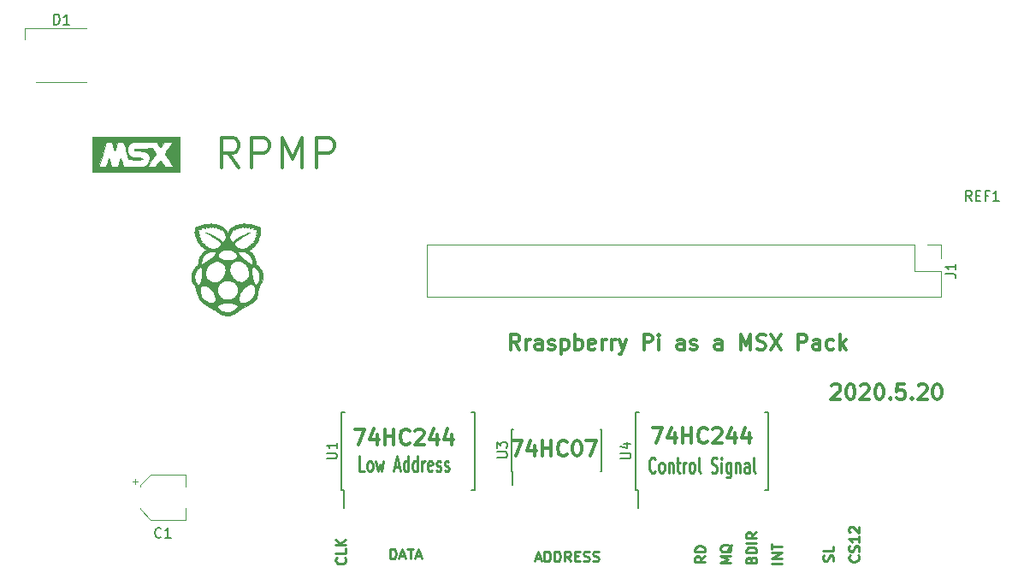
<source format=gbr>
G04 #@! TF.GenerationSoftware,KiCad,Pcbnew,5.1.5-52549c5~86~ubuntu18.04.1*
G04 #@! TF.CreationDate,2020-05-25T17:54:38+09:00*
G04 #@! TF.ProjectId,rpmpv1,72706d70-7631-42e6-9b69-6361645f7063,rev?*
G04 #@! TF.SameCoordinates,Original*
G04 #@! TF.FileFunction,Legend,Top*
G04 #@! TF.FilePolarity,Positive*
%FSLAX46Y46*%
G04 Gerber Fmt 4.6, Leading zero omitted, Abs format (unit mm)*
G04 Created by KiCad (PCBNEW 5.1.5-52549c5~86~ubuntu18.04.1) date 2020-05-25 17:54:38*
%MOMM*%
%LPD*%
G04 APERTURE LIST*
%ADD10C,0.300000*%
%ADD11C,0.250000*%
%ADD12C,0.120000*%
%ADD13C,0.150000*%
%ADD14C,0.010000*%
G04 APERTURE END LIST*
D10*
X127024285Y-66127142D02*
X126024285Y-64698571D01*
X125310000Y-66127142D02*
X125310000Y-63127142D01*
X126452857Y-63127142D01*
X126738571Y-63270000D01*
X126881428Y-63412857D01*
X127024285Y-63698571D01*
X127024285Y-64127142D01*
X126881428Y-64412857D01*
X126738571Y-64555714D01*
X126452857Y-64698571D01*
X125310000Y-64698571D01*
X128310000Y-66127142D02*
X128310000Y-63127142D01*
X129452857Y-63127142D01*
X129738571Y-63270000D01*
X129881428Y-63412857D01*
X130024285Y-63698571D01*
X130024285Y-64127142D01*
X129881428Y-64412857D01*
X129738571Y-64555714D01*
X129452857Y-64698571D01*
X128310000Y-64698571D01*
X131310000Y-66127142D02*
X131310000Y-63127142D01*
X132310000Y-65270000D01*
X133310000Y-63127142D01*
X133310000Y-66127142D01*
X134738571Y-66127142D02*
X134738571Y-63127142D01*
X135881428Y-63127142D01*
X136167142Y-63270000D01*
X136310000Y-63412857D01*
X136452857Y-63698571D01*
X136452857Y-64127142D01*
X136310000Y-64412857D01*
X136167142Y-64555714D01*
X135881428Y-64698571D01*
X134738571Y-64698571D01*
X185706428Y-87713428D02*
X185777857Y-87642000D01*
X185920714Y-87570571D01*
X186277857Y-87570571D01*
X186420714Y-87642000D01*
X186492142Y-87713428D01*
X186563571Y-87856285D01*
X186563571Y-87999142D01*
X186492142Y-88213428D01*
X185635000Y-89070571D01*
X186563571Y-89070571D01*
X187492142Y-87570571D02*
X187635000Y-87570571D01*
X187777857Y-87642000D01*
X187849285Y-87713428D01*
X187920714Y-87856285D01*
X187992142Y-88142000D01*
X187992142Y-88499142D01*
X187920714Y-88784857D01*
X187849285Y-88927714D01*
X187777857Y-88999142D01*
X187635000Y-89070571D01*
X187492142Y-89070571D01*
X187349285Y-88999142D01*
X187277857Y-88927714D01*
X187206428Y-88784857D01*
X187135000Y-88499142D01*
X187135000Y-88142000D01*
X187206428Y-87856285D01*
X187277857Y-87713428D01*
X187349285Y-87642000D01*
X187492142Y-87570571D01*
X188563571Y-87713428D02*
X188635000Y-87642000D01*
X188777857Y-87570571D01*
X189135000Y-87570571D01*
X189277857Y-87642000D01*
X189349285Y-87713428D01*
X189420714Y-87856285D01*
X189420714Y-87999142D01*
X189349285Y-88213428D01*
X188492142Y-89070571D01*
X189420714Y-89070571D01*
X190349285Y-87570571D02*
X190492142Y-87570571D01*
X190635000Y-87642000D01*
X190706428Y-87713428D01*
X190777857Y-87856285D01*
X190849285Y-88142000D01*
X190849285Y-88499142D01*
X190777857Y-88784857D01*
X190706428Y-88927714D01*
X190635000Y-88999142D01*
X190492142Y-89070571D01*
X190349285Y-89070571D01*
X190206428Y-88999142D01*
X190135000Y-88927714D01*
X190063571Y-88784857D01*
X189992142Y-88499142D01*
X189992142Y-88142000D01*
X190063571Y-87856285D01*
X190135000Y-87713428D01*
X190206428Y-87642000D01*
X190349285Y-87570571D01*
X191492142Y-88927714D02*
X191563571Y-88999142D01*
X191492142Y-89070571D01*
X191420714Y-88999142D01*
X191492142Y-88927714D01*
X191492142Y-89070571D01*
X192920714Y-87570571D02*
X192206428Y-87570571D01*
X192135000Y-88284857D01*
X192206428Y-88213428D01*
X192349285Y-88142000D01*
X192706428Y-88142000D01*
X192849285Y-88213428D01*
X192920714Y-88284857D01*
X192992142Y-88427714D01*
X192992142Y-88784857D01*
X192920714Y-88927714D01*
X192849285Y-88999142D01*
X192706428Y-89070571D01*
X192349285Y-89070571D01*
X192206428Y-88999142D01*
X192135000Y-88927714D01*
X193635000Y-88927714D02*
X193706428Y-88999142D01*
X193635000Y-89070571D01*
X193563571Y-88999142D01*
X193635000Y-88927714D01*
X193635000Y-89070571D01*
X194277857Y-87713428D02*
X194349285Y-87642000D01*
X194492142Y-87570571D01*
X194849285Y-87570571D01*
X194992142Y-87642000D01*
X195063571Y-87713428D01*
X195135000Y-87856285D01*
X195135000Y-87999142D01*
X195063571Y-88213428D01*
X194206428Y-89070571D01*
X195135000Y-89070571D01*
X196063571Y-87570571D02*
X196206428Y-87570571D01*
X196349285Y-87642000D01*
X196420714Y-87713428D01*
X196492142Y-87856285D01*
X196563571Y-88142000D01*
X196563571Y-88499142D01*
X196492142Y-88784857D01*
X196420714Y-88927714D01*
X196349285Y-88999142D01*
X196206428Y-89070571D01*
X196063571Y-89070571D01*
X195920714Y-88999142D01*
X195849285Y-88927714D01*
X195777857Y-88784857D01*
X195706428Y-88499142D01*
X195706428Y-88142000D01*
X195777857Y-87856285D01*
X195849285Y-87713428D01*
X195920714Y-87642000D01*
X196063571Y-87570571D01*
X154063428Y-93158571D02*
X155063428Y-93158571D01*
X154420571Y-94658571D01*
X156277714Y-93658571D02*
X156277714Y-94658571D01*
X155920571Y-93087142D02*
X155563428Y-94158571D01*
X156492000Y-94158571D01*
X157063428Y-94658571D02*
X157063428Y-93158571D01*
X157063428Y-93872857D02*
X157920571Y-93872857D01*
X157920571Y-94658571D02*
X157920571Y-93158571D01*
X159492000Y-94515714D02*
X159420571Y-94587142D01*
X159206285Y-94658571D01*
X159063428Y-94658571D01*
X158849142Y-94587142D01*
X158706285Y-94444285D01*
X158634857Y-94301428D01*
X158563428Y-94015714D01*
X158563428Y-93801428D01*
X158634857Y-93515714D01*
X158706285Y-93372857D01*
X158849142Y-93230000D01*
X159063428Y-93158571D01*
X159206285Y-93158571D01*
X159420571Y-93230000D01*
X159492000Y-93301428D01*
X160420571Y-93158571D02*
X160563428Y-93158571D01*
X160706285Y-93230000D01*
X160777714Y-93301428D01*
X160849142Y-93444285D01*
X160920571Y-93730000D01*
X160920571Y-94087142D01*
X160849142Y-94372857D01*
X160777714Y-94515714D01*
X160706285Y-94587142D01*
X160563428Y-94658571D01*
X160420571Y-94658571D01*
X160277714Y-94587142D01*
X160206285Y-94515714D01*
X160134857Y-94372857D01*
X160063428Y-94087142D01*
X160063428Y-93730000D01*
X160134857Y-93444285D01*
X160206285Y-93301428D01*
X160277714Y-93230000D01*
X160420571Y-93158571D01*
X161420571Y-93158571D02*
X162420571Y-93158571D01*
X161777714Y-94658571D01*
D11*
X168227952Y-96166714D02*
X168180333Y-96238142D01*
X168037476Y-96309571D01*
X167942238Y-96309571D01*
X167799380Y-96238142D01*
X167704142Y-96095285D01*
X167656523Y-95952428D01*
X167608904Y-95666714D01*
X167608904Y-95452428D01*
X167656523Y-95166714D01*
X167704142Y-95023857D01*
X167799380Y-94881000D01*
X167942238Y-94809571D01*
X168037476Y-94809571D01*
X168180333Y-94881000D01*
X168227952Y-94952428D01*
X168799380Y-96309571D02*
X168704142Y-96238142D01*
X168656523Y-96166714D01*
X168608904Y-96023857D01*
X168608904Y-95595285D01*
X168656523Y-95452428D01*
X168704142Y-95381000D01*
X168799380Y-95309571D01*
X168942238Y-95309571D01*
X169037476Y-95381000D01*
X169085095Y-95452428D01*
X169132714Y-95595285D01*
X169132714Y-96023857D01*
X169085095Y-96166714D01*
X169037476Y-96238142D01*
X168942238Y-96309571D01*
X168799380Y-96309571D01*
X169561285Y-95309571D02*
X169561285Y-96309571D01*
X169561285Y-95452428D02*
X169608904Y-95381000D01*
X169704142Y-95309571D01*
X169847000Y-95309571D01*
X169942238Y-95381000D01*
X169989857Y-95523857D01*
X169989857Y-96309571D01*
X170323190Y-95309571D02*
X170704142Y-95309571D01*
X170466047Y-94809571D02*
X170466047Y-96095285D01*
X170513666Y-96238142D01*
X170608904Y-96309571D01*
X170704142Y-96309571D01*
X171037476Y-96309571D02*
X171037476Y-95309571D01*
X171037476Y-95595285D02*
X171085095Y-95452428D01*
X171132714Y-95381000D01*
X171227952Y-95309571D01*
X171323190Y-95309571D01*
X171799380Y-96309571D02*
X171704142Y-96238142D01*
X171656523Y-96166714D01*
X171608904Y-96023857D01*
X171608904Y-95595285D01*
X171656523Y-95452428D01*
X171704142Y-95381000D01*
X171799380Y-95309571D01*
X171942238Y-95309571D01*
X172037476Y-95381000D01*
X172085095Y-95452428D01*
X172132714Y-95595285D01*
X172132714Y-96023857D01*
X172085095Y-96166714D01*
X172037476Y-96238142D01*
X171942238Y-96309571D01*
X171799380Y-96309571D01*
X172704142Y-96309571D02*
X172608904Y-96238142D01*
X172561285Y-96095285D01*
X172561285Y-94809571D01*
X173799380Y-96238142D02*
X173942238Y-96309571D01*
X174180333Y-96309571D01*
X174275571Y-96238142D01*
X174323190Y-96166714D01*
X174370809Y-96023857D01*
X174370809Y-95881000D01*
X174323190Y-95738142D01*
X174275571Y-95666714D01*
X174180333Y-95595285D01*
X173989857Y-95523857D01*
X173894619Y-95452428D01*
X173847000Y-95381000D01*
X173799380Y-95238142D01*
X173799380Y-95095285D01*
X173847000Y-94952428D01*
X173894619Y-94881000D01*
X173989857Y-94809571D01*
X174227952Y-94809571D01*
X174370809Y-94881000D01*
X174799380Y-96309571D02*
X174799380Y-95309571D01*
X174799380Y-94809571D02*
X174751761Y-94881000D01*
X174799380Y-94952428D01*
X174847000Y-94881000D01*
X174799380Y-94809571D01*
X174799380Y-94952428D01*
X175704142Y-95309571D02*
X175704142Y-96523857D01*
X175656523Y-96666714D01*
X175608904Y-96738142D01*
X175513666Y-96809571D01*
X175370809Y-96809571D01*
X175275571Y-96738142D01*
X175704142Y-96238142D02*
X175608904Y-96309571D01*
X175418428Y-96309571D01*
X175323190Y-96238142D01*
X175275571Y-96166714D01*
X175227952Y-96023857D01*
X175227952Y-95595285D01*
X175275571Y-95452428D01*
X175323190Y-95381000D01*
X175418428Y-95309571D01*
X175608904Y-95309571D01*
X175704142Y-95381000D01*
X176180333Y-95309571D02*
X176180333Y-96309571D01*
X176180333Y-95452428D02*
X176227952Y-95381000D01*
X176323190Y-95309571D01*
X176466047Y-95309571D01*
X176561285Y-95381000D01*
X176608904Y-95523857D01*
X176608904Y-96309571D01*
X177513666Y-96309571D02*
X177513666Y-95523857D01*
X177466047Y-95381000D01*
X177370809Y-95309571D01*
X177180333Y-95309571D01*
X177085095Y-95381000D01*
X177513666Y-96238142D02*
X177418428Y-96309571D01*
X177180333Y-96309571D01*
X177085095Y-96238142D01*
X177037476Y-96095285D01*
X177037476Y-95952428D01*
X177085095Y-95809571D01*
X177180333Y-95738142D01*
X177418428Y-95738142D01*
X177513666Y-95666714D01*
X178132714Y-96309571D02*
X178037476Y-96238142D01*
X177989857Y-96095285D01*
X177989857Y-94809571D01*
X139454428Y-96182571D02*
X138978238Y-96182571D01*
X138978238Y-94682571D01*
X139930619Y-96182571D02*
X139835380Y-96111142D01*
X139787761Y-96039714D01*
X139740142Y-95896857D01*
X139740142Y-95468285D01*
X139787761Y-95325428D01*
X139835380Y-95254000D01*
X139930619Y-95182571D01*
X140073476Y-95182571D01*
X140168714Y-95254000D01*
X140216333Y-95325428D01*
X140263952Y-95468285D01*
X140263952Y-95896857D01*
X140216333Y-96039714D01*
X140168714Y-96111142D01*
X140073476Y-96182571D01*
X139930619Y-96182571D01*
X140597285Y-95182571D02*
X140787761Y-96182571D01*
X140978238Y-95468285D01*
X141168714Y-96182571D01*
X141359190Y-95182571D01*
X142454428Y-95754000D02*
X142930619Y-95754000D01*
X142359190Y-96182571D02*
X142692523Y-94682571D01*
X143025857Y-96182571D01*
X143787761Y-96182571D02*
X143787761Y-94682571D01*
X143787761Y-96111142D02*
X143692523Y-96182571D01*
X143502047Y-96182571D01*
X143406809Y-96111142D01*
X143359190Y-96039714D01*
X143311571Y-95896857D01*
X143311571Y-95468285D01*
X143359190Y-95325428D01*
X143406809Y-95254000D01*
X143502047Y-95182571D01*
X143692523Y-95182571D01*
X143787761Y-95254000D01*
X144692523Y-96182571D02*
X144692523Y-94682571D01*
X144692523Y-96111142D02*
X144597285Y-96182571D01*
X144406809Y-96182571D01*
X144311571Y-96111142D01*
X144263952Y-96039714D01*
X144216333Y-95896857D01*
X144216333Y-95468285D01*
X144263952Y-95325428D01*
X144311571Y-95254000D01*
X144406809Y-95182571D01*
X144597285Y-95182571D01*
X144692523Y-95254000D01*
X145168714Y-96182571D02*
X145168714Y-95182571D01*
X145168714Y-95468285D02*
X145216333Y-95325428D01*
X145263952Y-95254000D01*
X145359190Y-95182571D01*
X145454428Y-95182571D01*
X146168714Y-96111142D02*
X146073476Y-96182571D01*
X145883000Y-96182571D01*
X145787761Y-96111142D01*
X145740142Y-95968285D01*
X145740142Y-95396857D01*
X145787761Y-95254000D01*
X145883000Y-95182571D01*
X146073476Y-95182571D01*
X146168714Y-95254000D01*
X146216333Y-95396857D01*
X146216333Y-95539714D01*
X145740142Y-95682571D01*
X146597285Y-96111142D02*
X146692523Y-96182571D01*
X146883000Y-96182571D01*
X146978238Y-96111142D01*
X147025857Y-95968285D01*
X147025857Y-95896857D01*
X146978238Y-95754000D01*
X146883000Y-95682571D01*
X146740142Y-95682571D01*
X146644904Y-95611142D01*
X146597285Y-95468285D01*
X146597285Y-95396857D01*
X146644904Y-95254000D01*
X146740142Y-95182571D01*
X146883000Y-95182571D01*
X146978238Y-95254000D01*
X147406809Y-96111142D02*
X147502047Y-96182571D01*
X147692523Y-96182571D01*
X147787761Y-96111142D01*
X147835380Y-95968285D01*
X147835380Y-95896857D01*
X147787761Y-95754000D01*
X147692523Y-95682571D01*
X147549666Y-95682571D01*
X147454428Y-95611142D01*
X147406809Y-95468285D01*
X147406809Y-95396857D01*
X147454428Y-95254000D01*
X147549666Y-95182571D01*
X147692523Y-95182571D01*
X147787761Y-95254000D01*
D10*
X167954142Y-91888571D02*
X168954142Y-91888571D01*
X168311285Y-93388571D01*
X170168428Y-92388571D02*
X170168428Y-93388571D01*
X169811285Y-91817142D02*
X169454142Y-92888571D01*
X170382714Y-92888571D01*
X170954142Y-93388571D02*
X170954142Y-91888571D01*
X170954142Y-92602857D02*
X171811285Y-92602857D01*
X171811285Y-93388571D02*
X171811285Y-91888571D01*
X173382714Y-93245714D02*
X173311285Y-93317142D01*
X173097000Y-93388571D01*
X172954142Y-93388571D01*
X172739857Y-93317142D01*
X172597000Y-93174285D01*
X172525571Y-93031428D01*
X172454142Y-92745714D01*
X172454142Y-92531428D01*
X172525571Y-92245714D01*
X172597000Y-92102857D01*
X172739857Y-91960000D01*
X172954142Y-91888571D01*
X173097000Y-91888571D01*
X173311285Y-91960000D01*
X173382714Y-92031428D01*
X173954142Y-92031428D02*
X174025571Y-91960000D01*
X174168428Y-91888571D01*
X174525571Y-91888571D01*
X174668428Y-91960000D01*
X174739857Y-92031428D01*
X174811285Y-92174285D01*
X174811285Y-92317142D01*
X174739857Y-92531428D01*
X173882714Y-93388571D01*
X174811285Y-93388571D01*
X176097000Y-92388571D02*
X176097000Y-93388571D01*
X175739857Y-91817142D02*
X175382714Y-92888571D01*
X176311285Y-92888571D01*
X177525571Y-92388571D02*
X177525571Y-93388571D01*
X177168428Y-91817142D02*
X176811285Y-92888571D01*
X177739857Y-92888571D01*
X138490142Y-92015571D02*
X139490142Y-92015571D01*
X138847285Y-93515571D01*
X140704428Y-92515571D02*
X140704428Y-93515571D01*
X140347285Y-91944142D02*
X139990142Y-93015571D01*
X140918714Y-93015571D01*
X141490142Y-93515571D02*
X141490142Y-92015571D01*
X141490142Y-92729857D02*
X142347285Y-92729857D01*
X142347285Y-93515571D02*
X142347285Y-92015571D01*
X143918714Y-93372714D02*
X143847285Y-93444142D01*
X143633000Y-93515571D01*
X143490142Y-93515571D01*
X143275857Y-93444142D01*
X143133000Y-93301285D01*
X143061571Y-93158428D01*
X142990142Y-92872714D01*
X142990142Y-92658428D01*
X143061571Y-92372714D01*
X143133000Y-92229857D01*
X143275857Y-92087000D01*
X143490142Y-92015571D01*
X143633000Y-92015571D01*
X143847285Y-92087000D01*
X143918714Y-92158428D01*
X144490142Y-92158428D02*
X144561571Y-92087000D01*
X144704428Y-92015571D01*
X145061571Y-92015571D01*
X145204428Y-92087000D01*
X145275857Y-92158428D01*
X145347285Y-92301285D01*
X145347285Y-92444142D01*
X145275857Y-92658428D01*
X144418714Y-93515571D01*
X145347285Y-93515571D01*
X146633000Y-92515571D02*
X146633000Y-93515571D01*
X146275857Y-91944142D02*
X145918714Y-93015571D01*
X146847285Y-93015571D01*
X148061571Y-92515571D02*
X148061571Y-93515571D01*
X147704428Y-91944142D02*
X147347285Y-93015571D01*
X148275857Y-93015571D01*
D11*
X137517142Y-104735238D02*
X137564761Y-104782857D01*
X137612380Y-104925714D01*
X137612380Y-105020952D01*
X137564761Y-105163809D01*
X137469523Y-105259047D01*
X137374285Y-105306666D01*
X137183809Y-105354285D01*
X137040952Y-105354285D01*
X136850476Y-105306666D01*
X136755238Y-105259047D01*
X136660000Y-105163809D01*
X136612380Y-105020952D01*
X136612380Y-104925714D01*
X136660000Y-104782857D01*
X136707619Y-104735238D01*
X137612380Y-103830476D02*
X137612380Y-104306666D01*
X136612380Y-104306666D01*
X137612380Y-103497142D02*
X136612380Y-103497142D01*
X137612380Y-102925714D02*
X137040952Y-103354285D01*
X136612380Y-102925714D02*
X137183809Y-103497142D01*
X188317142Y-104497047D02*
X188364761Y-104544666D01*
X188412380Y-104687523D01*
X188412380Y-104782761D01*
X188364761Y-104925619D01*
X188269523Y-105020857D01*
X188174285Y-105068476D01*
X187983809Y-105116095D01*
X187840952Y-105116095D01*
X187650476Y-105068476D01*
X187555238Y-105020857D01*
X187460000Y-104925619D01*
X187412380Y-104782761D01*
X187412380Y-104687523D01*
X187460000Y-104544666D01*
X187507619Y-104497047D01*
X188364761Y-104116095D02*
X188412380Y-103973238D01*
X188412380Y-103735142D01*
X188364761Y-103639904D01*
X188317142Y-103592285D01*
X188221904Y-103544666D01*
X188126666Y-103544666D01*
X188031428Y-103592285D01*
X187983809Y-103639904D01*
X187936190Y-103735142D01*
X187888571Y-103925619D01*
X187840952Y-104020857D01*
X187793333Y-104068476D01*
X187698095Y-104116095D01*
X187602857Y-104116095D01*
X187507619Y-104068476D01*
X187460000Y-104020857D01*
X187412380Y-103925619D01*
X187412380Y-103687523D01*
X187460000Y-103544666D01*
X188412380Y-102592285D02*
X188412380Y-103163714D01*
X188412380Y-102878000D02*
X187412380Y-102878000D01*
X187555238Y-102973238D01*
X187650476Y-103068476D01*
X187698095Y-103163714D01*
X187507619Y-102211333D02*
X187460000Y-102163714D01*
X187412380Y-102068476D01*
X187412380Y-101830380D01*
X187460000Y-101735142D01*
X187507619Y-101687523D01*
X187602857Y-101639904D01*
X187698095Y-101639904D01*
X187840952Y-101687523D01*
X188412380Y-102258952D01*
X188412380Y-101639904D01*
X142010000Y-104846380D02*
X142010000Y-103846380D01*
X142248095Y-103846380D01*
X142390952Y-103894000D01*
X142486190Y-103989238D01*
X142533809Y-104084476D01*
X142581428Y-104274952D01*
X142581428Y-104417809D01*
X142533809Y-104608285D01*
X142486190Y-104703523D01*
X142390952Y-104798761D01*
X142248095Y-104846380D01*
X142010000Y-104846380D01*
X142962380Y-104560666D02*
X143438571Y-104560666D01*
X142867142Y-104846380D02*
X143200476Y-103846380D01*
X143533809Y-104846380D01*
X143724285Y-103846380D02*
X144295714Y-103846380D01*
X144010000Y-104846380D02*
X144010000Y-103846380D01*
X144581428Y-104560666D02*
X145057619Y-104560666D01*
X144486190Y-104846380D02*
X144819523Y-103846380D01*
X145152857Y-104846380D01*
X156369142Y-104814666D02*
X156845333Y-104814666D01*
X156273904Y-105100380D02*
X156607238Y-104100380D01*
X156940571Y-105100380D01*
X157273904Y-105100380D02*
X157273904Y-104100380D01*
X157512000Y-104100380D01*
X157654857Y-104148000D01*
X157750095Y-104243238D01*
X157797714Y-104338476D01*
X157845333Y-104528952D01*
X157845333Y-104671809D01*
X157797714Y-104862285D01*
X157750095Y-104957523D01*
X157654857Y-105052761D01*
X157512000Y-105100380D01*
X157273904Y-105100380D01*
X158273904Y-105100380D02*
X158273904Y-104100380D01*
X158512000Y-104100380D01*
X158654857Y-104148000D01*
X158750095Y-104243238D01*
X158797714Y-104338476D01*
X158845333Y-104528952D01*
X158845333Y-104671809D01*
X158797714Y-104862285D01*
X158750095Y-104957523D01*
X158654857Y-105052761D01*
X158512000Y-105100380D01*
X158273904Y-105100380D01*
X159845333Y-105100380D02*
X159512000Y-104624190D01*
X159273904Y-105100380D02*
X159273904Y-104100380D01*
X159654857Y-104100380D01*
X159750095Y-104148000D01*
X159797714Y-104195619D01*
X159845333Y-104290857D01*
X159845333Y-104433714D01*
X159797714Y-104528952D01*
X159750095Y-104576571D01*
X159654857Y-104624190D01*
X159273904Y-104624190D01*
X160273904Y-104576571D02*
X160607238Y-104576571D01*
X160750095Y-105100380D02*
X160273904Y-105100380D01*
X160273904Y-104100380D01*
X160750095Y-104100380D01*
X161131047Y-105052761D02*
X161273904Y-105100380D01*
X161512000Y-105100380D01*
X161607238Y-105052761D01*
X161654857Y-105005142D01*
X161702476Y-104909904D01*
X161702476Y-104814666D01*
X161654857Y-104719428D01*
X161607238Y-104671809D01*
X161512000Y-104624190D01*
X161321523Y-104576571D01*
X161226285Y-104528952D01*
X161178666Y-104481333D01*
X161131047Y-104386095D01*
X161131047Y-104290857D01*
X161178666Y-104195619D01*
X161226285Y-104148000D01*
X161321523Y-104100380D01*
X161559619Y-104100380D01*
X161702476Y-104148000D01*
X162083428Y-105052761D02*
X162226285Y-105100380D01*
X162464380Y-105100380D01*
X162559619Y-105052761D01*
X162607238Y-105005142D01*
X162654857Y-104909904D01*
X162654857Y-104814666D01*
X162607238Y-104719428D01*
X162559619Y-104671809D01*
X162464380Y-104624190D01*
X162273904Y-104576571D01*
X162178666Y-104528952D01*
X162131047Y-104481333D01*
X162083428Y-104386095D01*
X162083428Y-104290857D01*
X162131047Y-104195619D01*
X162178666Y-104148000D01*
X162273904Y-104100380D01*
X162512000Y-104100380D01*
X162654857Y-104148000D01*
X180792380Y-105298761D02*
X179792380Y-105298761D01*
X180792380Y-104822571D02*
X179792380Y-104822571D01*
X180792380Y-104251142D01*
X179792380Y-104251142D01*
X179792380Y-103917809D02*
X179792380Y-103346380D01*
X180792380Y-103632095D02*
X179792380Y-103632095D01*
X175712380Y-105251142D02*
X174712380Y-105251142D01*
X175426666Y-104917809D01*
X174712380Y-104584476D01*
X175712380Y-104584476D01*
X175807619Y-103441619D02*
X175760000Y-103536857D01*
X175664761Y-103632095D01*
X175521904Y-103774952D01*
X175474285Y-103870190D01*
X175474285Y-103965428D01*
X175712380Y-103917809D02*
X175664761Y-104013047D01*
X175569523Y-104108285D01*
X175379047Y-104155904D01*
X175045714Y-104155904D01*
X174855238Y-104108285D01*
X174760000Y-104013047D01*
X174712380Y-103917809D01*
X174712380Y-103727333D01*
X174760000Y-103632095D01*
X174855238Y-103536857D01*
X175045714Y-103489238D01*
X175379047Y-103489238D01*
X175569523Y-103536857D01*
X175664761Y-103632095D01*
X175712380Y-103727333D01*
X175712380Y-103917809D01*
X173172380Y-104584476D02*
X172696190Y-104917809D01*
X173172380Y-105155904D02*
X172172380Y-105155904D01*
X172172380Y-104774952D01*
X172220000Y-104679714D01*
X172267619Y-104632095D01*
X172362857Y-104584476D01*
X172505714Y-104584476D01*
X172600952Y-104632095D01*
X172648571Y-104679714D01*
X172696190Y-104774952D01*
X172696190Y-105155904D01*
X173172380Y-104155904D02*
X172172380Y-104155904D01*
X172172380Y-103917809D01*
X172220000Y-103774952D01*
X172315238Y-103679714D01*
X172410476Y-103632095D01*
X172600952Y-103584476D01*
X172743809Y-103584476D01*
X172934285Y-103632095D01*
X173029523Y-103679714D01*
X173124761Y-103774952D01*
X173172380Y-103917809D01*
X173172380Y-104155904D01*
X185824761Y-105084476D02*
X185872380Y-104941619D01*
X185872380Y-104703523D01*
X185824761Y-104608285D01*
X185777142Y-104560666D01*
X185681904Y-104513047D01*
X185586666Y-104513047D01*
X185491428Y-104560666D01*
X185443809Y-104608285D01*
X185396190Y-104703523D01*
X185348571Y-104894000D01*
X185300952Y-104989238D01*
X185253333Y-105036857D01*
X185158095Y-105084476D01*
X185062857Y-105084476D01*
X184967619Y-105036857D01*
X184920000Y-104989238D01*
X184872380Y-104894000D01*
X184872380Y-104655904D01*
X184920000Y-104513047D01*
X185872380Y-103608285D02*
X185872380Y-104084476D01*
X184872380Y-104084476D01*
X177728571Y-104925666D02*
X177776190Y-104782809D01*
X177823809Y-104735190D01*
X177919047Y-104687571D01*
X178061904Y-104687571D01*
X178157142Y-104735190D01*
X178204761Y-104782809D01*
X178252380Y-104878047D01*
X178252380Y-105259000D01*
X177252380Y-105259000D01*
X177252380Y-104925666D01*
X177300000Y-104830428D01*
X177347619Y-104782809D01*
X177442857Y-104735190D01*
X177538095Y-104735190D01*
X177633333Y-104782809D01*
X177680952Y-104830428D01*
X177728571Y-104925666D01*
X177728571Y-105259000D01*
X178252380Y-104259000D02*
X177252380Y-104259000D01*
X177252380Y-104020904D01*
X177300000Y-103878047D01*
X177395238Y-103782809D01*
X177490476Y-103735190D01*
X177680952Y-103687571D01*
X177823809Y-103687571D01*
X178014285Y-103735190D01*
X178109523Y-103782809D01*
X178204761Y-103878047D01*
X178252380Y-104020904D01*
X178252380Y-104259000D01*
X178252380Y-103259000D02*
X177252380Y-103259000D01*
X178252380Y-102211380D02*
X177776190Y-102544714D01*
X178252380Y-102782809D02*
X177252380Y-102782809D01*
X177252380Y-102401857D01*
X177300000Y-102306619D01*
X177347619Y-102259000D01*
X177442857Y-102211380D01*
X177585714Y-102211380D01*
X177680952Y-102259000D01*
X177728571Y-102306619D01*
X177776190Y-102401857D01*
X177776190Y-102782809D01*
D10*
X154818928Y-84117571D02*
X154318928Y-83403285D01*
X153961785Y-84117571D02*
X153961785Y-82617571D01*
X154533214Y-82617571D01*
X154676071Y-82689000D01*
X154747500Y-82760428D01*
X154818928Y-82903285D01*
X154818928Y-83117571D01*
X154747500Y-83260428D01*
X154676071Y-83331857D01*
X154533214Y-83403285D01*
X153961785Y-83403285D01*
X155461785Y-84117571D02*
X155461785Y-83117571D01*
X155461785Y-83403285D02*
X155533214Y-83260428D01*
X155604642Y-83189000D01*
X155747500Y-83117571D01*
X155890357Y-83117571D01*
X157033214Y-84117571D02*
X157033214Y-83331857D01*
X156961785Y-83189000D01*
X156818928Y-83117571D01*
X156533214Y-83117571D01*
X156390357Y-83189000D01*
X157033214Y-84046142D02*
X156890357Y-84117571D01*
X156533214Y-84117571D01*
X156390357Y-84046142D01*
X156318928Y-83903285D01*
X156318928Y-83760428D01*
X156390357Y-83617571D01*
X156533214Y-83546142D01*
X156890357Y-83546142D01*
X157033214Y-83474714D01*
X157676071Y-84046142D02*
X157818928Y-84117571D01*
X158104642Y-84117571D01*
X158247500Y-84046142D01*
X158318928Y-83903285D01*
X158318928Y-83831857D01*
X158247500Y-83689000D01*
X158104642Y-83617571D01*
X157890357Y-83617571D01*
X157747500Y-83546142D01*
X157676071Y-83403285D01*
X157676071Y-83331857D01*
X157747500Y-83189000D01*
X157890357Y-83117571D01*
X158104642Y-83117571D01*
X158247500Y-83189000D01*
X158961785Y-83117571D02*
X158961785Y-84617571D01*
X158961785Y-83189000D02*
X159104642Y-83117571D01*
X159390357Y-83117571D01*
X159533214Y-83189000D01*
X159604642Y-83260428D01*
X159676071Y-83403285D01*
X159676071Y-83831857D01*
X159604642Y-83974714D01*
X159533214Y-84046142D01*
X159390357Y-84117571D01*
X159104642Y-84117571D01*
X158961785Y-84046142D01*
X160318928Y-84117571D02*
X160318928Y-82617571D01*
X160318928Y-83189000D02*
X160461785Y-83117571D01*
X160747500Y-83117571D01*
X160890357Y-83189000D01*
X160961785Y-83260428D01*
X161033214Y-83403285D01*
X161033214Y-83831857D01*
X160961785Y-83974714D01*
X160890357Y-84046142D01*
X160747500Y-84117571D01*
X160461785Y-84117571D01*
X160318928Y-84046142D01*
X162247500Y-84046142D02*
X162104642Y-84117571D01*
X161818928Y-84117571D01*
X161676071Y-84046142D01*
X161604642Y-83903285D01*
X161604642Y-83331857D01*
X161676071Y-83189000D01*
X161818928Y-83117571D01*
X162104642Y-83117571D01*
X162247500Y-83189000D01*
X162318928Y-83331857D01*
X162318928Y-83474714D01*
X161604642Y-83617571D01*
X162961785Y-84117571D02*
X162961785Y-83117571D01*
X162961785Y-83403285D02*
X163033214Y-83260428D01*
X163104642Y-83189000D01*
X163247500Y-83117571D01*
X163390357Y-83117571D01*
X163890357Y-84117571D02*
X163890357Y-83117571D01*
X163890357Y-83403285D02*
X163961785Y-83260428D01*
X164033214Y-83189000D01*
X164176071Y-83117571D01*
X164318928Y-83117571D01*
X164676071Y-83117571D02*
X165033214Y-84117571D01*
X165390357Y-83117571D02*
X165033214Y-84117571D01*
X164890357Y-84474714D01*
X164818928Y-84546142D01*
X164676071Y-84617571D01*
X167104642Y-84117571D02*
X167104642Y-82617571D01*
X167676071Y-82617571D01*
X167818928Y-82689000D01*
X167890357Y-82760428D01*
X167961785Y-82903285D01*
X167961785Y-83117571D01*
X167890357Y-83260428D01*
X167818928Y-83331857D01*
X167676071Y-83403285D01*
X167104642Y-83403285D01*
X168604642Y-84117571D02*
X168604642Y-83117571D01*
X168604642Y-82617571D02*
X168533214Y-82689000D01*
X168604642Y-82760428D01*
X168676071Y-82689000D01*
X168604642Y-82617571D01*
X168604642Y-82760428D01*
X171104642Y-84117571D02*
X171104642Y-83331857D01*
X171033214Y-83189000D01*
X170890357Y-83117571D01*
X170604642Y-83117571D01*
X170461785Y-83189000D01*
X171104642Y-84046142D02*
X170961785Y-84117571D01*
X170604642Y-84117571D01*
X170461785Y-84046142D01*
X170390357Y-83903285D01*
X170390357Y-83760428D01*
X170461785Y-83617571D01*
X170604642Y-83546142D01*
X170961785Y-83546142D01*
X171104642Y-83474714D01*
X171747500Y-84046142D02*
X171890357Y-84117571D01*
X172176071Y-84117571D01*
X172318928Y-84046142D01*
X172390357Y-83903285D01*
X172390357Y-83831857D01*
X172318928Y-83689000D01*
X172176071Y-83617571D01*
X171961785Y-83617571D01*
X171818928Y-83546142D01*
X171747500Y-83403285D01*
X171747500Y-83331857D01*
X171818928Y-83189000D01*
X171961785Y-83117571D01*
X172176071Y-83117571D01*
X172318928Y-83189000D01*
X174818928Y-84117571D02*
X174818928Y-83331857D01*
X174747500Y-83189000D01*
X174604642Y-83117571D01*
X174318928Y-83117571D01*
X174176071Y-83189000D01*
X174818928Y-84046142D02*
X174676071Y-84117571D01*
X174318928Y-84117571D01*
X174176071Y-84046142D01*
X174104642Y-83903285D01*
X174104642Y-83760428D01*
X174176071Y-83617571D01*
X174318928Y-83546142D01*
X174676071Y-83546142D01*
X174818928Y-83474714D01*
X176676071Y-84117571D02*
X176676071Y-82617571D01*
X177176071Y-83689000D01*
X177676071Y-82617571D01*
X177676071Y-84117571D01*
X178318928Y-84046142D02*
X178533214Y-84117571D01*
X178890357Y-84117571D01*
X179033214Y-84046142D01*
X179104642Y-83974714D01*
X179176071Y-83831857D01*
X179176071Y-83689000D01*
X179104642Y-83546142D01*
X179033214Y-83474714D01*
X178890357Y-83403285D01*
X178604642Y-83331857D01*
X178461785Y-83260428D01*
X178390357Y-83189000D01*
X178318928Y-83046142D01*
X178318928Y-82903285D01*
X178390357Y-82760428D01*
X178461785Y-82689000D01*
X178604642Y-82617571D01*
X178961785Y-82617571D01*
X179176071Y-82689000D01*
X179676071Y-82617571D02*
X180676071Y-84117571D01*
X180676071Y-82617571D02*
X179676071Y-84117571D01*
X182390357Y-84117571D02*
X182390357Y-82617571D01*
X182961785Y-82617571D01*
X183104642Y-82689000D01*
X183176071Y-82760428D01*
X183247500Y-82903285D01*
X183247500Y-83117571D01*
X183176071Y-83260428D01*
X183104642Y-83331857D01*
X182961785Y-83403285D01*
X182390357Y-83403285D01*
X184533214Y-84117571D02*
X184533214Y-83331857D01*
X184461785Y-83189000D01*
X184318928Y-83117571D01*
X184033214Y-83117571D01*
X183890357Y-83189000D01*
X184533214Y-84046142D02*
X184390357Y-84117571D01*
X184033214Y-84117571D01*
X183890357Y-84046142D01*
X183818928Y-83903285D01*
X183818928Y-83760428D01*
X183890357Y-83617571D01*
X184033214Y-83546142D01*
X184390357Y-83546142D01*
X184533214Y-83474714D01*
X185890357Y-84046142D02*
X185747500Y-84117571D01*
X185461785Y-84117571D01*
X185318928Y-84046142D01*
X185247500Y-83974714D01*
X185176071Y-83831857D01*
X185176071Y-83403285D01*
X185247500Y-83260428D01*
X185318928Y-83189000D01*
X185461785Y-83117571D01*
X185747500Y-83117571D01*
X185890357Y-83189000D01*
X186533214Y-84117571D02*
X186533214Y-82617571D01*
X186676071Y-83546142D02*
X187104642Y-84117571D01*
X187104642Y-83117571D02*
X186533214Y-83689000D01*
D12*
X105861000Y-52291000D02*
X111961000Y-52291000D01*
X105861000Y-53391000D02*
X105861000Y-52291000D01*
X111961000Y-57691000D02*
X106961000Y-57691000D01*
D13*
X137189000Y-98046500D02*
X137439000Y-98046500D01*
X137189000Y-90296500D02*
X137524000Y-90296500D01*
X150339000Y-90296500D02*
X150004000Y-90296500D01*
X150339000Y-98046500D02*
X150004000Y-98046500D01*
X137189000Y-98046500D02*
X137189000Y-90296500D01*
X150339000Y-98046500D02*
X150339000Y-90296500D01*
X137439000Y-98046500D02*
X137439000Y-99846500D01*
X154046000Y-96151500D02*
X154071000Y-96151500D01*
X154046000Y-92001500D02*
X154161000Y-92001500D01*
X162946000Y-92001500D02*
X162831000Y-92001500D01*
X162946000Y-96151500D02*
X162831000Y-96151500D01*
X154046000Y-96151500D02*
X154046000Y-92001500D01*
X162946000Y-96151500D02*
X162946000Y-92001500D01*
X154071000Y-96151500D02*
X154071000Y-97526500D01*
X166272000Y-98046500D02*
X166522000Y-98046500D01*
X166272000Y-90296500D02*
X166607000Y-90296500D01*
X179422000Y-90296500D02*
X179087000Y-90296500D01*
X179422000Y-98046500D02*
X179087000Y-98046500D01*
X166272000Y-98046500D02*
X166272000Y-90296500D01*
X179422000Y-98046500D02*
X179422000Y-90296500D01*
X166522000Y-98046500D02*
X166522000Y-99846500D01*
D14*
G36*
X121158000Y-66548000D02*
G01*
X112572800Y-66548000D01*
X112572800Y-65987776D01*
X113182400Y-65987776D01*
X113229810Y-66015552D01*
X113358901Y-66033921D01*
X113534395Y-66040000D01*
X113886390Y-66040000D01*
X113962971Y-65773300D01*
X114013686Y-65592795D01*
X114057562Y-65430091D01*
X114073804Y-65366420D01*
X114117053Y-65239758D01*
X114161195Y-65213613D01*
X114207415Y-65288343D01*
X114246028Y-65418330D01*
X114294233Y-65610986D01*
X114342597Y-65800173D01*
X114355458Y-65849500D01*
X114405516Y-66040000D01*
X115054790Y-66040000D01*
X115131371Y-65773300D01*
X115182086Y-65592795D01*
X115225962Y-65430091D01*
X115242204Y-65366420D01*
X115278796Y-65251835D01*
X115316332Y-65218954D01*
X115359213Y-65272566D01*
X115411842Y-65417458D01*
X115465879Y-65609710D01*
X115579550Y-66040000D01*
X116608662Y-66040000D01*
X116958438Y-66039480D01*
X117221903Y-66036949D01*
X117414347Y-66030947D01*
X117551058Y-66020014D01*
X117647324Y-66002689D01*
X117718434Y-65977513D01*
X117779677Y-65943027D01*
X117805716Y-65925700D01*
X118023211Y-65735139D01*
X118151355Y-65513244D01*
X118197820Y-65294484D01*
X118175649Y-65035400D01*
X118057301Y-64805653D01*
X117841718Y-64603300D01*
X117809178Y-64580708D01*
X117708655Y-64522985D01*
X117598301Y-64488080D01*
X117449234Y-64470634D01*
X117232572Y-64465290D01*
X117186493Y-64465200D01*
X116960092Y-64461628D01*
X116816576Y-64448903D01*
X116737417Y-64424007D01*
X116705129Y-64386809D01*
X116690291Y-64306923D01*
X116697277Y-64286189D01*
X116752892Y-64276990D01*
X116892964Y-64265491D01*
X117100408Y-64252770D01*
X117358137Y-64239902D01*
X117579853Y-64230582D01*
X118440200Y-64197204D01*
X118613766Y-64440196D01*
X118707595Y-64580915D01*
X118770620Y-64693356D01*
X118787333Y-64741757D01*
X118759525Y-64802505D01*
X118683148Y-64929280D01*
X118568771Y-65105494D01*
X118426961Y-65314560D01*
X118372466Y-65392906D01*
X118224062Y-65606694D01*
X118099139Y-65790110D01*
X118008143Y-65927551D01*
X117961515Y-66003412D01*
X117957600Y-66012743D01*
X118004365Y-66025464D01*
X118128544Y-66035015D01*
X118305962Y-66039757D01*
X118359540Y-66040000D01*
X118761481Y-66040000D01*
X119002825Y-65701787D01*
X119113648Y-65545169D01*
X119191696Y-65451425D01*
X119255531Y-65423905D01*
X119323713Y-65465958D01*
X119414803Y-65580935D01*
X119547361Y-65772184D01*
X119569453Y-65804039D01*
X119733506Y-66040000D01*
X120140953Y-66040000D01*
X120329959Y-66036869D01*
X120472380Y-66028549D01*
X120544204Y-66016646D01*
X120548400Y-66012743D01*
X120520805Y-65963577D01*
X120444982Y-65847068D01*
X120331376Y-65678818D01*
X120190430Y-65474433D01*
X120133533Y-65392906D01*
X119984625Y-65176463D01*
X119859409Y-64987312D01*
X119768442Y-64841957D01*
X119722283Y-64756905D01*
X119718666Y-64744361D01*
X119746203Y-64684015D01*
X119821666Y-64557734D01*
X119934336Y-64382546D01*
X120073493Y-64175481D01*
X120111948Y-64119598D01*
X120505229Y-63550800D01*
X120082314Y-63550898D01*
X119659400Y-63550996D01*
X119484088Y-63808210D01*
X119385309Y-63948103D01*
X119306353Y-64050869D01*
X119269968Y-64089411D01*
X119224775Y-64062769D01*
X119143459Y-63969896D01*
X119043550Y-63830836D01*
X119042694Y-63829549D01*
X118854230Y-63545702D01*
X117672903Y-63560951D01*
X117274891Y-63566686D01*
X116964579Y-63574523D01*
X116728074Y-63587700D01*
X116551482Y-63609455D01*
X116420911Y-63643024D01*
X116322467Y-63691646D01*
X116242255Y-63758558D01*
X116166384Y-63846998D01*
X116106538Y-63925964D01*
X116025958Y-64105375D01*
X115997735Y-64329155D01*
X116021871Y-64554601D01*
X116098365Y-64739012D01*
X116106538Y-64750435D01*
X116234498Y-64902793D01*
X116365604Y-65005811D01*
X116525365Y-65070413D01*
X116739288Y-65107522D01*
X116982585Y-65125600D01*
X117213757Y-65140045D01*
X117361922Y-65157372D01*
X117445665Y-65181811D01*
X117483569Y-65217590D01*
X117491198Y-65241359D01*
X117491022Y-65277316D01*
X117464224Y-65301663D01*
X117395591Y-65316106D01*
X117269911Y-65322348D01*
X117071969Y-65322096D01*
X116811271Y-65317559D01*
X116114132Y-65303400D01*
X115941454Y-64693800D01*
X115866551Y-64429333D01*
X115793861Y-64172607D01*
X115732175Y-63954673D01*
X115693369Y-63817500D01*
X115617961Y-63550800D01*
X115025317Y-63550800D01*
X114908838Y-63969900D01*
X114851783Y-64165428D01*
X114800769Y-64322975D01*
X114764259Y-64416983D01*
X114756352Y-64430287D01*
X114728484Y-64403474D01*
X114683473Y-64297374D01*
X114628826Y-64131262D01*
X114598086Y-64023887D01*
X114475828Y-63576200D01*
X114166222Y-63561255D01*
X113856615Y-63546310D01*
X113519507Y-64740931D01*
X113425947Y-65074542D01*
X113342362Y-65376531D01*
X113272540Y-65632889D01*
X113220268Y-65829606D01*
X113189333Y-65952673D01*
X113182400Y-65987776D01*
X112572800Y-65987776D01*
X112572800Y-63042800D01*
X121158000Y-63042800D01*
X121158000Y-66548000D01*
G37*
X121158000Y-66548000D02*
X112572800Y-66548000D01*
X112572800Y-65987776D01*
X113182400Y-65987776D01*
X113229810Y-66015552D01*
X113358901Y-66033921D01*
X113534395Y-66040000D01*
X113886390Y-66040000D01*
X113962971Y-65773300D01*
X114013686Y-65592795D01*
X114057562Y-65430091D01*
X114073804Y-65366420D01*
X114117053Y-65239758D01*
X114161195Y-65213613D01*
X114207415Y-65288343D01*
X114246028Y-65418330D01*
X114294233Y-65610986D01*
X114342597Y-65800173D01*
X114355458Y-65849500D01*
X114405516Y-66040000D01*
X115054790Y-66040000D01*
X115131371Y-65773300D01*
X115182086Y-65592795D01*
X115225962Y-65430091D01*
X115242204Y-65366420D01*
X115278796Y-65251835D01*
X115316332Y-65218954D01*
X115359213Y-65272566D01*
X115411842Y-65417458D01*
X115465879Y-65609710D01*
X115579550Y-66040000D01*
X116608662Y-66040000D01*
X116958438Y-66039480D01*
X117221903Y-66036949D01*
X117414347Y-66030947D01*
X117551058Y-66020014D01*
X117647324Y-66002689D01*
X117718434Y-65977513D01*
X117779677Y-65943027D01*
X117805716Y-65925700D01*
X118023211Y-65735139D01*
X118151355Y-65513244D01*
X118197820Y-65294484D01*
X118175649Y-65035400D01*
X118057301Y-64805653D01*
X117841718Y-64603300D01*
X117809178Y-64580708D01*
X117708655Y-64522985D01*
X117598301Y-64488080D01*
X117449234Y-64470634D01*
X117232572Y-64465290D01*
X117186493Y-64465200D01*
X116960092Y-64461628D01*
X116816576Y-64448903D01*
X116737417Y-64424007D01*
X116705129Y-64386809D01*
X116690291Y-64306923D01*
X116697277Y-64286189D01*
X116752892Y-64276990D01*
X116892964Y-64265491D01*
X117100408Y-64252770D01*
X117358137Y-64239902D01*
X117579853Y-64230582D01*
X118440200Y-64197204D01*
X118613766Y-64440196D01*
X118707595Y-64580915D01*
X118770620Y-64693356D01*
X118787333Y-64741757D01*
X118759525Y-64802505D01*
X118683148Y-64929280D01*
X118568771Y-65105494D01*
X118426961Y-65314560D01*
X118372466Y-65392906D01*
X118224062Y-65606694D01*
X118099139Y-65790110D01*
X118008143Y-65927551D01*
X117961515Y-66003412D01*
X117957600Y-66012743D01*
X118004365Y-66025464D01*
X118128544Y-66035015D01*
X118305962Y-66039757D01*
X118359540Y-66040000D01*
X118761481Y-66040000D01*
X119002825Y-65701787D01*
X119113648Y-65545169D01*
X119191696Y-65451425D01*
X119255531Y-65423905D01*
X119323713Y-65465958D01*
X119414803Y-65580935D01*
X119547361Y-65772184D01*
X119569453Y-65804039D01*
X119733506Y-66040000D01*
X120140953Y-66040000D01*
X120329959Y-66036869D01*
X120472380Y-66028549D01*
X120544204Y-66016646D01*
X120548400Y-66012743D01*
X120520805Y-65963577D01*
X120444982Y-65847068D01*
X120331376Y-65678818D01*
X120190430Y-65474433D01*
X120133533Y-65392906D01*
X119984625Y-65176463D01*
X119859409Y-64987312D01*
X119768442Y-64841957D01*
X119722283Y-64756905D01*
X119718666Y-64744361D01*
X119746203Y-64684015D01*
X119821666Y-64557734D01*
X119934336Y-64382546D01*
X120073493Y-64175481D01*
X120111948Y-64119598D01*
X120505229Y-63550800D01*
X120082314Y-63550898D01*
X119659400Y-63550996D01*
X119484088Y-63808210D01*
X119385309Y-63948103D01*
X119306353Y-64050869D01*
X119269968Y-64089411D01*
X119224775Y-64062769D01*
X119143459Y-63969896D01*
X119043550Y-63830836D01*
X119042694Y-63829549D01*
X118854230Y-63545702D01*
X117672903Y-63560951D01*
X117274891Y-63566686D01*
X116964579Y-63574523D01*
X116728074Y-63587700D01*
X116551482Y-63609455D01*
X116420911Y-63643024D01*
X116322467Y-63691646D01*
X116242255Y-63758558D01*
X116166384Y-63846998D01*
X116106538Y-63925964D01*
X116025958Y-64105375D01*
X115997735Y-64329155D01*
X116021871Y-64554601D01*
X116098365Y-64739012D01*
X116106538Y-64750435D01*
X116234498Y-64902793D01*
X116365604Y-65005811D01*
X116525365Y-65070413D01*
X116739288Y-65107522D01*
X116982585Y-65125600D01*
X117213757Y-65140045D01*
X117361922Y-65157372D01*
X117445665Y-65181811D01*
X117483569Y-65217590D01*
X117491198Y-65241359D01*
X117491022Y-65277316D01*
X117464224Y-65301663D01*
X117395591Y-65316106D01*
X117269911Y-65322348D01*
X117071969Y-65322096D01*
X116811271Y-65317559D01*
X116114132Y-65303400D01*
X115941454Y-64693800D01*
X115866551Y-64429333D01*
X115793861Y-64172607D01*
X115732175Y-63954673D01*
X115693369Y-63817500D01*
X115617961Y-63550800D01*
X115025317Y-63550800D01*
X114908838Y-63969900D01*
X114851783Y-64165428D01*
X114800769Y-64322975D01*
X114764259Y-64416983D01*
X114756352Y-64430287D01*
X114728484Y-64403474D01*
X114683473Y-64297374D01*
X114628826Y-64131262D01*
X114598086Y-64023887D01*
X114475828Y-63576200D01*
X114166222Y-63561255D01*
X113856615Y-63546310D01*
X113519507Y-64740931D01*
X113425947Y-65074542D01*
X113342362Y-65376531D01*
X113272540Y-65632889D01*
X113220268Y-65829606D01*
X113189333Y-65952673D01*
X113182400Y-65987776D01*
X112572800Y-65987776D01*
X112572800Y-63042800D01*
X121158000Y-63042800D01*
X121158000Y-66548000D01*
G36*
X127609626Y-71659671D02*
G01*
X127656120Y-71677989D01*
X127681612Y-71691655D01*
X127704231Y-71696119D01*
X127734061Y-71691982D01*
X127764070Y-71684442D01*
X127851388Y-71668711D01*
X127931870Y-71668671D01*
X127999635Y-71684162D01*
X128015644Y-71691318D01*
X128047875Y-71709656D01*
X128069544Y-71725461D01*
X128073037Y-71729418D01*
X128088870Y-71735875D01*
X128122798Y-71740497D01*
X128167533Y-71742299D01*
X128168322Y-71742299D01*
X128241411Y-71746118D01*
X128296225Y-71758731D01*
X128338890Y-71781878D01*
X128354706Y-71795202D01*
X128375491Y-71809432D01*
X128405038Y-71818313D01*
X128449925Y-71823393D01*
X128481706Y-71825053D01*
X128569953Y-71831536D01*
X128638475Y-71844000D01*
X128692580Y-71864142D01*
X128737579Y-71893659D01*
X128759785Y-71913916D01*
X128792949Y-71944555D01*
X128817865Y-71959367D01*
X128842252Y-71962281D01*
X128852575Y-71961147D01*
X128931732Y-71961013D01*
X129004661Y-71982812D01*
X129066751Y-72024298D01*
X129113391Y-72083227D01*
X129116996Y-72089930D01*
X129132938Y-72141296D01*
X129137230Y-72203232D01*
X129129850Y-72263723D01*
X129117394Y-72299442D01*
X129104335Y-72328955D01*
X129104381Y-72349418D01*
X129118566Y-72373963D01*
X129123856Y-72381452D01*
X129145384Y-72426924D01*
X129155890Y-72489719D01*
X129156410Y-72497409D01*
X129157127Y-72546107D01*
X129150440Y-72585232D01*
X129133545Y-72627601D01*
X129123459Y-72648017D01*
X129102808Y-72691742D01*
X129093449Y-72723195D01*
X129093397Y-72751760D01*
X129097187Y-72772216D01*
X129101374Y-72839977D01*
X129082905Y-72908950D01*
X129041014Y-72981432D01*
X129017450Y-73012018D01*
X128995425Y-73043466D01*
X128984541Y-73075285D01*
X128981257Y-73118863D01*
X128981200Y-73128666D01*
X128978169Y-73188492D01*
X128966508Y-73234904D01*
X128942360Y-73277358D01*
X128901869Y-73325308D01*
X128900319Y-73326975D01*
X128866509Y-73367022D01*
X128847232Y-73402128D01*
X128837004Y-73442982D01*
X128835491Y-73453303D01*
X128819701Y-73514594D01*
X128788032Y-73570761D01*
X128737542Y-73625862D01*
X128671447Y-73679460D01*
X128626973Y-73714030D01*
X128600739Y-73739992D01*
X128589033Y-73761507D01*
X128587434Y-73773574D01*
X128578354Y-73812457D01*
X128554875Y-73858057D01*
X128522449Y-73901244D01*
X128496644Y-73925698D01*
X128467390Y-73944948D01*
X128424762Y-73968865D01*
X128383802Y-73989450D01*
X128337440Y-74013681D01*
X128308154Y-74036283D01*
X128288832Y-74063372D01*
X128282365Y-74076687D01*
X128244308Y-74131816D01*
X128184274Y-74179223D01*
X128104917Y-74217382D01*
X128008892Y-74244769D01*
X127980368Y-74250132D01*
X127947751Y-74257617D01*
X127928930Y-74265759D01*
X127927100Y-74268499D01*
X127937120Y-74279005D01*
X127963931Y-74299200D01*
X128002654Y-74325516D01*
X128022902Y-74338555D01*
X128098610Y-74392425D01*
X128181176Y-74461079D01*
X128263608Y-74538007D01*
X128338913Y-74616703D01*
X128397337Y-74686985D01*
X128453178Y-74770338D01*
X128508818Y-74870241D01*
X128560166Y-74978142D01*
X128603132Y-75085490D01*
X128632064Y-75177650D01*
X128647228Y-75245871D01*
X128661479Y-75327709D01*
X128672916Y-75411400D01*
X128678046Y-75462492D01*
X128686927Y-75549580D01*
X128698999Y-75616495D01*
X128716602Y-75668450D01*
X128742077Y-75710658D01*
X128777765Y-75748331D01*
X128822450Y-75784070D01*
X128954780Y-75896703D01*
X129073754Y-76028360D01*
X129176307Y-76174848D01*
X129259375Y-76331971D01*
X129302909Y-76441988D01*
X129350713Y-76619797D01*
X129374169Y-76801008D01*
X129373651Y-76983188D01*
X129349532Y-77163904D01*
X129302185Y-77340722D01*
X129231982Y-77511209D01*
X129139297Y-77672931D01*
X129107054Y-77719527D01*
X129076015Y-77763716D01*
X129053002Y-77800906D01*
X129035122Y-77837769D01*
X129019480Y-77880974D01*
X129003184Y-77937194D01*
X128988620Y-77992577D01*
X128970734Y-78060287D01*
X128953120Y-78124188D01*
X128937648Y-78177669D01*
X128926189Y-78214118D01*
X128924927Y-78217721D01*
X128914244Y-78260953D01*
X128907011Y-78315938D01*
X128905000Y-78358933D01*
X128894488Y-78505254D01*
X128864116Y-78659589D01*
X128815629Y-78816596D01*
X128750772Y-78970934D01*
X128671292Y-79117260D01*
X128642471Y-79162399D01*
X128542717Y-79292330D01*
X128422614Y-79414920D01*
X128286945Y-79526501D01*
X128140495Y-79623406D01*
X127988048Y-79701966D01*
X127886544Y-79741960D01*
X127849362Y-79758413D01*
X127798253Y-79785972D01*
X127739862Y-79820844D01*
X127680833Y-79859233D01*
X127678916Y-79860540D01*
X127454862Y-80000404D01*
X127217259Y-80124038D01*
X127160554Y-80150133D01*
X127096634Y-80180437D01*
X127047386Y-80208871D01*
X127003473Y-80241847D01*
X126955555Y-80285779D01*
X126938304Y-80302747D01*
X126788910Y-80434924D01*
X126630687Y-80543298D01*
X126463444Y-80627952D01*
X126286994Y-80688967D01*
X126101146Y-80726426D01*
X125933200Y-80739875D01*
X125866273Y-80741251D01*
X125805443Y-80741637D01*
X125756806Y-80741053D01*
X125726457Y-80739519D01*
X125723650Y-80739179D01*
X125689939Y-80733922D01*
X125643363Y-80726122D01*
X125609350Y-80720183D01*
X125436200Y-80677147D01*
X125265614Y-80611190D01*
X125102162Y-80524713D01*
X124950416Y-80420115D01*
X124821950Y-80306832D01*
X124779630Y-80267224D01*
X124739863Y-80237478D01*
X124694005Y-80212128D01*
X124633415Y-80185710D01*
X124625100Y-80182352D01*
X124516182Y-80135042D01*
X124398896Y-80077890D01*
X124278934Y-80014123D01*
X124161988Y-79946972D01*
X124101371Y-79909276D01*
X124893265Y-79909276D01*
X124896208Y-79924236D01*
X124912345Y-79957943D01*
X124944731Y-80002799D01*
X124989437Y-80054526D01*
X125042535Y-80108843D01*
X125100096Y-80161473D01*
X125153960Y-80204981D01*
X125302973Y-80302717D01*
X125457531Y-80376067D01*
X125619282Y-80425741D01*
X125700956Y-80441543D01*
X125781813Y-80449142D01*
X125877851Y-80450051D01*
X125979904Y-80444823D01*
X126078807Y-80434009D01*
X126165396Y-80418163D01*
X126188896Y-80412150D01*
X126354982Y-80352782D01*
X126509867Y-80271173D01*
X126651425Y-80168756D01*
X126777527Y-80046965D01*
X126836689Y-79975930D01*
X126877119Y-79909729D01*
X126893036Y-79847514D01*
X126884328Y-79789129D01*
X126850885Y-79734420D01*
X126792596Y-79683232D01*
X126709350Y-79635411D01*
X126601038Y-79590800D01*
X126549150Y-79573335D01*
X126451790Y-79545551D01*
X126353809Y-79524739D01*
X126249832Y-79510249D01*
X126134486Y-79501435D01*
X126002395Y-79497646D01*
X125920500Y-79497471D01*
X125818077Y-79498609D01*
X125734935Y-79501106D01*
X125664970Y-79505394D01*
X125602078Y-79511906D01*
X125540156Y-79521076D01*
X125507750Y-79526775D01*
X125367812Y-79557398D01*
X125243107Y-79594753D01*
X125135037Y-79637932D01*
X125045004Y-79686021D01*
X124974408Y-79738111D01*
X124924652Y-79793291D01*
X124897137Y-79850650D01*
X124893265Y-79909276D01*
X124101371Y-79909276D01*
X124053753Y-79879664D01*
X123959919Y-79815429D01*
X123907550Y-79775398D01*
X123871235Y-79750198D01*
X123821166Y-79720826D01*
X123767027Y-79692892D01*
X123756653Y-79688013D01*
X123588818Y-79596816D01*
X123435352Y-79485554D01*
X123297622Y-79355982D01*
X123176995Y-79209857D01*
X123074837Y-79048934D01*
X122992516Y-78874967D01*
X122931398Y-78689712D01*
X122910949Y-78602014D01*
X122896357Y-78538977D01*
X122878956Y-78476497D01*
X122861650Y-78424625D01*
X122854874Y-78407889D01*
X122834979Y-78358292D01*
X122825364Y-78331553D01*
X123178744Y-78331553D01*
X123181740Y-78420601D01*
X123189406Y-78500112D01*
X123195489Y-78536322D01*
X123242945Y-78709824D01*
X123311951Y-78871470D01*
X123401219Y-79019695D01*
X123509458Y-79152936D01*
X123635381Y-79269628D01*
X123777698Y-79368209D01*
X123935121Y-79447115D01*
X123951728Y-79453896D01*
X124060068Y-79491127D01*
X124169036Y-79517296D01*
X124273905Y-79531921D01*
X124369945Y-79534520D01*
X124452429Y-79524609D01*
X124499898Y-79509832D01*
X124544022Y-79482186D01*
X124591334Y-79438664D01*
X124635444Y-79386707D01*
X124669961Y-79333754D01*
X124687539Y-79291399D01*
X124708327Y-79156877D01*
X124704592Y-79015960D01*
X124676357Y-78868785D01*
X124623646Y-78715492D01*
X124573098Y-78606382D01*
X124523490Y-78512138D01*
X124478233Y-78434271D01*
X124432306Y-78365550D01*
X124380687Y-78298744D01*
X124328489Y-78238350D01*
X124885738Y-78238350D01*
X124887225Y-78332400D01*
X124893076Y-78408621D01*
X124904859Y-78474427D01*
X124924142Y-78537234D01*
X124952495Y-78604459D01*
X124971563Y-78644068D01*
X125046347Y-78767253D01*
X125141492Y-78878992D01*
X125253636Y-78976910D01*
X125379415Y-79058630D01*
X125515464Y-79121775D01*
X125658422Y-79163969D01*
X125723650Y-79175425D01*
X125784161Y-79180682D01*
X125859369Y-79182679D01*
X125940749Y-79181631D01*
X126019773Y-79177751D01*
X126087916Y-79171254D01*
X126124182Y-79165348D01*
X126279837Y-79120862D01*
X126392137Y-79070409D01*
X127027208Y-79070409D01*
X127029729Y-79134253D01*
X127034651Y-79195209D01*
X127041870Y-79251274D01*
X127050253Y-79294662D01*
X127055649Y-79312053D01*
X127103668Y-79397741D01*
X127167299Y-79463395D01*
X127246535Y-79509009D01*
X127301427Y-79526722D01*
X127352712Y-79533086D01*
X127421767Y-79532860D01*
X127501986Y-79526592D01*
X127586763Y-79514827D01*
X127669492Y-79498114D01*
X127680959Y-79495303D01*
X127849191Y-79440401D01*
X128004806Y-79364059D01*
X128146426Y-79267612D01*
X128272674Y-79152399D01*
X128382172Y-79019757D01*
X128473543Y-78871023D01*
X128545410Y-78707534D01*
X128570265Y-78632050D01*
X128583299Y-78585926D01*
X128592582Y-78545162D01*
X128598773Y-78503686D01*
X128602531Y-78455426D01*
X128604515Y-78394313D01*
X128605385Y-78314273D01*
X128605419Y-78308200D01*
X128605405Y-78224821D01*
X128603984Y-78160820D01*
X128600625Y-78110186D01*
X128594798Y-78066913D01*
X128585974Y-78024991D01*
X128577572Y-77992658D01*
X128541286Y-77882183D01*
X128498392Y-77795046D01*
X128447228Y-77729668D01*
X128386131Y-77684473D01*
X128313437Y-77657884D01*
X128227484Y-77648322D01*
X128214428Y-77648252D01*
X128091582Y-77661568D01*
X127967588Y-77699860D01*
X127843192Y-77762776D01*
X127719135Y-77849963D01*
X127635000Y-77923263D01*
X127607247Y-77947799D01*
X127586950Y-77962900D01*
X127581691Y-77965189D01*
X127565206Y-77975407D01*
X127537266Y-78003633D01*
X127500293Y-78046599D01*
X127456704Y-78101036D01*
X127408918Y-78163675D01*
X127359353Y-78231247D01*
X127310430Y-78300485D01*
X127264566Y-78368117D01*
X127224180Y-78430877D01*
X127191691Y-78485495D01*
X127178435Y-78510154D01*
X127134919Y-78606545D01*
X127094402Y-78716854D01*
X127060903Y-78829620D01*
X127048838Y-78879700D01*
X127035461Y-78948070D01*
X127028549Y-79007664D01*
X127027208Y-79070409D01*
X126392137Y-79070409D01*
X126423457Y-79056338D01*
X126553295Y-78973518D01*
X126667607Y-78874145D01*
X126764646Y-78759960D01*
X126842666Y-78632706D01*
X126899922Y-78494124D01*
X126932694Y-78358511D01*
X126941651Y-78300042D01*
X126946174Y-78254482D01*
X126946237Y-78212542D01*
X126941816Y-78164929D01*
X126932885Y-78102355D01*
X126931981Y-78096463D01*
X126896775Y-77948714D01*
X126838512Y-77811142D01*
X126757846Y-77684825D01*
X126655436Y-77570839D01*
X126565510Y-77494664D01*
X126441623Y-77412389D01*
X126314889Y-77351955D01*
X126180963Y-77311980D01*
X126035499Y-77291077D01*
X125914150Y-77287098D01*
X125797244Y-77291732D01*
X125695579Y-77305154D01*
X125600088Y-77329540D01*
X125501708Y-77367067D01*
X125418850Y-77406004D01*
X125287848Y-77481234D01*
X125177533Y-77567151D01*
X125084177Y-77667442D01*
X125004051Y-77785794D01*
X124968740Y-77851000D01*
X124936590Y-77918262D01*
X124913831Y-77977027D01*
X124898916Y-78034507D01*
X124890301Y-78097919D01*
X124886439Y-78174474D01*
X124885738Y-78238350D01*
X124328489Y-78238350D01*
X124318353Y-78226623D01*
X124280486Y-78185106D01*
X124160655Y-78064042D01*
X124045605Y-77966277D01*
X123933259Y-77890654D01*
X123821538Y-77836015D01*
X123708363Y-77801202D01*
X123591658Y-77785060D01*
X123559802Y-77783763D01*
X123499029Y-77783321D01*
X123456302Y-77785794D01*
X123424332Y-77792243D01*
X123395832Y-77803730D01*
X123385221Y-77809194D01*
X123323278Y-77853783D01*
X123267083Y-77915003D01*
X123223945Y-77984134D01*
X123209660Y-78018637D01*
X123195875Y-78076509D01*
X123186001Y-78152574D01*
X123180228Y-78239900D01*
X123178744Y-78331553D01*
X122825364Y-78331553D01*
X122810825Y-78291124D01*
X122784655Y-78213366D01*
X122758708Y-78132002D01*
X122735226Y-78054015D01*
X122716450Y-77986387D01*
X122706715Y-77946250D01*
X122687025Y-77883744D01*
X122659549Y-77834690D01*
X122655101Y-77829203D01*
X122573525Y-77720379D01*
X122498816Y-77593865D01*
X122434936Y-77457204D01*
X122385848Y-77317941D01*
X122385003Y-77315035D01*
X122346938Y-77138931D01*
X122332535Y-76958418D01*
X122335163Y-76903780D01*
X122623353Y-76903780D01*
X122626707Y-77031858D01*
X122629877Y-77058145D01*
X122661343Y-77211810D01*
X122710796Y-77357951D01*
X122776301Y-77492395D01*
X122855923Y-77610968D01*
X122919308Y-77682576D01*
X122959002Y-77717907D01*
X122991353Y-77733380D01*
X123023237Y-77730183D01*
X123061528Y-77709505D01*
X123064296Y-77707656D01*
X123099664Y-77675858D01*
X123139509Y-77627608D01*
X123178904Y-77570052D01*
X123212923Y-77510332D01*
X123235102Y-77459997D01*
X123251136Y-77415494D01*
X123271111Y-77360393D01*
X123287400Y-77315683D01*
X123323396Y-77198456D01*
X123353667Y-77062594D01*
X123377631Y-76914337D01*
X123394702Y-76759924D01*
X123404296Y-76605594D01*
X123404748Y-76561950D01*
X123731146Y-76561950D01*
X123732044Y-76663191D01*
X123737323Y-76746067D01*
X123748379Y-76817438D01*
X123766610Y-76884163D01*
X123793412Y-76953101D01*
X123824265Y-77019150D01*
X123897212Y-77139916D01*
X123988035Y-77244203D01*
X124094369Y-77330874D01*
X124213850Y-77398795D01*
X124344112Y-77446830D01*
X124482792Y-77473844D01*
X124627523Y-77478701D01*
X124752426Y-77464760D01*
X124894070Y-77427056D01*
X125032681Y-77366196D01*
X125165462Y-77284420D01*
X125289619Y-77183971D01*
X125402355Y-77067092D01*
X125500875Y-76936023D01*
X125577344Y-76803250D01*
X125611775Y-76729859D01*
X125637685Y-76662954D01*
X125657785Y-76593741D01*
X125674784Y-76513424D01*
X125684988Y-76454000D01*
X125701098Y-76309311D01*
X125700465Y-76256542D01*
X126103063Y-76256542D01*
X126104072Y-76276200D01*
X126113623Y-76386563D01*
X126129713Y-76482182D01*
X126154793Y-76572474D01*
X126191315Y-76666860D01*
X126224683Y-76739750D01*
X126308311Y-76893230D01*
X126402675Y-77025393D01*
X126510228Y-77138936D01*
X126633425Y-77236552D01*
X126733582Y-77298708D01*
X126809963Y-77340048D01*
X126873760Y-77370110D01*
X126933403Y-77391889D01*
X126997317Y-77408381D01*
X127073930Y-77422580D01*
X127088900Y-77424994D01*
X127162778Y-77435814D01*
X127219930Y-77441299D01*
X127268460Y-77441463D01*
X127316471Y-77436316D01*
X127372069Y-77425872D01*
X127374159Y-77425431D01*
X127515676Y-77384516D01*
X127640194Y-77325021D01*
X127748730Y-77246266D01*
X127842302Y-77147573D01*
X127889262Y-77082247D01*
X127953840Y-76962665D01*
X127998384Y-76831996D01*
X128023519Y-76687912D01*
X128030084Y-76558758D01*
X128019005Y-76399539D01*
X128295417Y-76399539D01*
X128297875Y-76471373D01*
X128304785Y-76561995D01*
X128315424Y-76665326D01*
X128329070Y-76775285D01*
X128344998Y-76885795D01*
X128362486Y-76990774D01*
X128371376Y-77038200D01*
X128398533Y-77157718D01*
X128432044Y-77273922D01*
X128470371Y-77383182D01*
X128511979Y-77481869D01*
X128555332Y-77566353D01*
X128598895Y-77633004D01*
X128641131Y-77678193D01*
X128642708Y-77679453D01*
X128673525Y-77702012D01*
X128695104Y-77709328D01*
X128717545Y-77702626D01*
X128737940Y-77690994D01*
X128767987Y-77666340D01*
X128806641Y-77625272D01*
X128849554Y-77573223D01*
X128892379Y-77515628D01*
X128930769Y-77457920D01*
X128948831Y-77427363D01*
X128973001Y-77379035D01*
X129000054Y-77317140D01*
X129025406Y-77252392D01*
X129033836Y-77228700D01*
X129049497Y-77181967D01*
X129060636Y-77143586D01*
X129068039Y-77107510D01*
X129072489Y-77067694D01*
X129074771Y-77018092D01*
X129075671Y-76952658D01*
X129075869Y-76904850D01*
X129074813Y-76804344D01*
X129070233Y-76722599D01*
X129060975Y-76653086D01*
X129045883Y-76589275D01*
X129023802Y-76524637D01*
X128997365Y-76461191D01*
X128927730Y-76330226D01*
X128838780Y-76205998D01*
X128735250Y-76094114D01*
X128621873Y-76000177D01*
X128589144Y-75977942D01*
X128528318Y-75940903D01*
X128482534Y-75919197D01*
X128447591Y-75911579D01*
X128419287Y-75916802D01*
X128406401Y-75923782D01*
X128381586Y-75952261D01*
X128358121Y-76001907D01*
X128336993Y-76068488D01*
X128319188Y-76147772D01*
X128305694Y-76235529D01*
X128297497Y-76327527D01*
X128295417Y-76399539D01*
X128019005Y-76399539D01*
X128018153Y-76387308D01*
X127982110Y-76219772D01*
X127923212Y-76058752D01*
X127842713Y-75906853D01*
X127741869Y-75766677D01*
X127621935Y-75640827D01*
X127563095Y-75590384D01*
X127441392Y-75502266D01*
X127319372Y-75435053D01*
X127189720Y-75385234D01*
X127072194Y-75354817D01*
X126942661Y-75337237D01*
X126817574Y-75341572D01*
X126692601Y-75368406D01*
X126563408Y-75418325D01*
X126548267Y-75425484D01*
X126483207Y-75458447D01*
X126434137Y-75488196D01*
X126393194Y-75520247D01*
X126352517Y-75560118D01*
X126345067Y-75568065D01*
X126251129Y-75685825D01*
X126180325Y-75812478D01*
X126132290Y-75949099D01*
X126106658Y-76096762D01*
X126103063Y-76256542D01*
X125700465Y-76256542D01*
X125699513Y-76177252D01*
X125679612Y-76051648D01*
X125640773Y-75926323D01*
X125628881Y-75896367D01*
X125562434Y-75766768D01*
X125477581Y-75652987D01*
X125376565Y-75556544D01*
X125261631Y-75478955D01*
X125135021Y-75421740D01*
X124998980Y-75386416D01*
X124857483Y-75374500D01*
X124698906Y-75386954D01*
X124545479Y-75424108D01*
X124397926Y-75485651D01*
X124256975Y-75571270D01*
X124123352Y-75680653D01*
X124106188Y-75696959D01*
X123985875Y-75830477D01*
X123886430Y-75978436D01*
X123807790Y-76140939D01*
X123766132Y-76259920D01*
X123752503Y-76308115D01*
X123743016Y-76351206D01*
X123736890Y-76395921D01*
X123733346Y-76448987D01*
X123731606Y-76517131D01*
X123731146Y-76561950D01*
X123404748Y-76561950D01*
X123405830Y-76457588D01*
X123398720Y-76322145D01*
X123388266Y-76238022D01*
X123372890Y-76158078D01*
X123354813Y-76097212D01*
X123331501Y-76049102D01*
X123300421Y-76007427D01*
X123292306Y-75998511D01*
X123260237Y-75971653D01*
X123227204Y-75962177D01*
X123188372Y-75970442D01*
X123138907Y-75996808D01*
X123116375Y-76011608D01*
X122985464Y-76113793D01*
X122874368Y-76229792D01*
X122779581Y-76363349D01*
X122766122Y-76385865D01*
X122709992Y-76501432D01*
X122666490Y-76631190D01*
X122637113Y-76767765D01*
X122623353Y-76903780D01*
X122335163Y-76903780D01*
X122341270Y-76776840D01*
X122372616Y-76597543D01*
X122426048Y-76423871D01*
X122501042Y-76259169D01*
X122568313Y-76147690D01*
X122612277Y-76088877D01*
X122669012Y-76022186D01*
X122732370Y-75954106D01*
X122796207Y-75891124D01*
X122854375Y-75839727D01*
X122876207Y-75822735D01*
X122928278Y-75777000D01*
X122965503Y-75725108D01*
X122989985Y-75662147D01*
X123003828Y-75583204D01*
X123007542Y-75526804D01*
X123300378Y-75526804D01*
X123300415Y-75578105D01*
X123302633Y-75620414D01*
X123306589Y-75646715D01*
X123308224Y-75650725D01*
X123331200Y-75664557D01*
X123372508Y-75662682D01*
X123432785Y-75645033D01*
X123459748Y-75634603D01*
X123547156Y-75593251D01*
X123648913Y-75534960D01*
X123762361Y-75461654D01*
X123884839Y-75375257D01*
X124013687Y-75277694D01*
X124146245Y-75170888D01*
X124279854Y-75056764D01*
X124368940Y-74976888D01*
X124460183Y-74890284D01*
X124542917Y-74805568D01*
X124547827Y-74800107D01*
X124956439Y-74800107D01*
X124960551Y-74833143D01*
X124973392Y-74869331D01*
X124994072Y-74912275D01*
X125033596Y-74976941D01*
X125079756Y-75032024D01*
X125094295Y-75045548D01*
X125150463Y-75086435D01*
X125224727Y-75129628D01*
X125310404Y-75171849D01*
X125400810Y-75209822D01*
X125489263Y-75240272D01*
X125495050Y-75241990D01*
X125609212Y-75267882D01*
X125740193Y-75284710D01*
X125881023Y-75292312D01*
X126024729Y-75290526D01*
X126164343Y-75279190D01*
X126282450Y-75260336D01*
X126379174Y-75234931D01*
X126476755Y-75199400D01*
X126568970Y-75156692D01*
X126649600Y-75109753D01*
X126712424Y-75061533D01*
X126722512Y-75051785D01*
X126780482Y-74983820D01*
X126816278Y-74918162D01*
X126832064Y-74849837D01*
X126832435Y-74798779D01*
X126824654Y-74737993D01*
X126808165Y-74685872D01*
X126779622Y-74636009D01*
X126735678Y-74581997D01*
X126699135Y-74543516D01*
X126614561Y-74469414D01*
X126913646Y-74469414D01*
X126924038Y-74506771D01*
X126949340Y-74556354D01*
X126988072Y-74615252D01*
X127037924Y-74679559D01*
X127117159Y-74770236D01*
X127206979Y-74864684D01*
X127305241Y-74961245D01*
X127409804Y-75058258D01*
X127518524Y-75154064D01*
X127629262Y-75247004D01*
X127739873Y-75335416D01*
X127848217Y-75417643D01*
X127952151Y-75492024D01*
X128049533Y-75556899D01*
X128138222Y-75610610D01*
X128216074Y-75651495D01*
X128280948Y-75677897D01*
X128330703Y-75688154D01*
X128339568Y-75688069D01*
X128363392Y-75684017D01*
X128376570Y-75671114D01*
X128384773Y-75642283D01*
X128387279Y-75628500D01*
X128390848Y-75578959D01*
X128388754Y-75512011D01*
X128381760Y-75434821D01*
X128370629Y-75354555D01*
X128356125Y-75278379D01*
X128345352Y-75234820D01*
X128292629Y-75089636D01*
X128217757Y-74949721D01*
X128123964Y-74819319D01*
X128014480Y-74702674D01*
X127892534Y-74604031D01*
X127838993Y-74569360D01*
X127711472Y-74504033D01*
X127572459Y-74453045D01*
X127428583Y-74418034D01*
X127286470Y-74400638D01*
X127160929Y-74401769D01*
X127091599Y-74409002D01*
X127027326Y-74418344D01*
X126973445Y-74428790D01*
X126935290Y-74439335D01*
X126919647Y-74447193D01*
X126913646Y-74469414D01*
X126614561Y-74469414D01*
X126570683Y-74430969D01*
X126428305Y-74339441D01*
X126273612Y-74269861D01*
X126165491Y-74236397D01*
X126113638Y-74223700D01*
X126069649Y-74215118D01*
X126026634Y-74210071D01*
X125977705Y-74207977D01*
X125915973Y-74208257D01*
X125850650Y-74209859D01*
X125752042Y-74214077D01*
X125671716Y-74221437D01*
X125602600Y-74233477D01*
X125537626Y-74251729D01*
X125469726Y-74277731D01*
X125405656Y-74306496D01*
X125300569Y-74361651D01*
X125203855Y-74423846D01*
X125119343Y-74490005D01*
X125050866Y-74557047D01*
X125002253Y-74621895D01*
X124993535Y-74637634D01*
X124975486Y-74684009D01*
X124962006Y-74738209D01*
X124958767Y-74760372D01*
X124956439Y-74800107D01*
X124547827Y-74800107D01*
X124615502Y-74724847D01*
X124676300Y-74650225D01*
X124723671Y-74583809D01*
X124755975Y-74527704D01*
X124771574Y-74484017D01*
X124771166Y-74460151D01*
X124751844Y-74440207D01*
X124708543Y-74424354D01*
X124642381Y-74412789D01*
X124554480Y-74405709D01*
X124447300Y-74403311D01*
X124322286Y-74407689D01*
X124212495Y-74422170D01*
X124109123Y-74448605D01*
X124003371Y-74488845D01*
X123970350Y-74503662D01*
X123823153Y-74585266D01*
X123691175Y-74686000D01*
X123575869Y-74803645D01*
X123478685Y-74935988D01*
X123401074Y-75080812D01*
X123344487Y-75235902D01*
X123310374Y-75399041D01*
X123300378Y-75526804D01*
X123007542Y-75526804D01*
X123008373Y-75514200D01*
X123027813Y-75318581D01*
X123072046Y-75127519D01*
X123140618Y-74942783D01*
X123171847Y-74876826D01*
X123245267Y-74752949D01*
X123339027Y-74630175D01*
X123448364Y-74513456D01*
X123568510Y-74407747D01*
X123694702Y-74318000D01*
X123730037Y-74296657D01*
X123814983Y-74247377D01*
X123752628Y-74232418D01*
X123669974Y-74204362D01*
X123601427Y-74164451D01*
X123551275Y-74115537D01*
X123533505Y-74086700D01*
X123516270Y-74055948D01*
X123495350Y-74032497D01*
X123464323Y-74010891D01*
X123416765Y-73985677D01*
X123411438Y-73983036D01*
X123332053Y-73936757D01*
X123275320Y-73886596D01*
X123238515Y-73829753D01*
X123224942Y-73791574D01*
X123208776Y-73749521D01*
X123181855Y-73715961D01*
X123152157Y-73691665D01*
X123074798Y-73628267D01*
X123020479Y-73568670D01*
X122987581Y-73510581D01*
X122974485Y-73451705D01*
X122974100Y-73439195D01*
X122969119Y-73409416D01*
X122951616Y-73378273D01*
X122917748Y-73339039D01*
X122915635Y-73336827D01*
X122865718Y-73277064D01*
X122836057Y-73220545D01*
X122823658Y-73160289D01*
X122823171Y-73121457D01*
X122823110Y-73083010D01*
X122816759Y-73053928D01*
X122800492Y-73024527D01*
X122773455Y-72988619D01*
X122732573Y-72926896D01*
X122711887Y-72866817D01*
X122708670Y-72799088D01*
X122710801Y-72775019D01*
X122712059Y-72736353D01*
X122704795Y-72698676D01*
X122686790Y-72652239D01*
X122678959Y-72635137D01*
X122657890Y-72586268D01*
X122647617Y-72549080D01*
X122646567Y-72526153D01*
X122885200Y-72526153D01*
X122894416Y-72550334D01*
X122919420Y-72586172D01*
X122956243Y-72629360D01*
X123000915Y-72675591D01*
X123049468Y-72720558D01*
X123097932Y-72759954D01*
X123106335Y-72766118D01*
X123131889Y-72790341D01*
X123135646Y-72812340D01*
X123134661Y-72815308D01*
X123126776Y-72827110D01*
X123110749Y-72833005D01*
X123080660Y-72833985D01*
X123037646Y-72831555D01*
X122949292Y-72825233D01*
X122971221Y-72863066D01*
X122989172Y-72886867D01*
X123021183Y-72922646D01*
X123062512Y-72965304D01*
X123102544Y-73004224D01*
X123145477Y-73045644D01*
X123180839Y-73081411D01*
X123204893Y-73107629D01*
X123213884Y-73120250D01*
X123203391Y-73127724D01*
X123174085Y-73134711D01*
X123136240Y-73139316D01*
X123056650Y-73145683D01*
X123120150Y-73206442D01*
X123161925Y-73243267D01*
X123214928Y-73285653D01*
X123268966Y-73325512D01*
X123278900Y-73332399D01*
X123321564Y-73361686D01*
X123355779Y-73385326D01*
X123376485Y-73399818D01*
X123380132Y-73402489D01*
X123380013Y-73412228D01*
X123360138Y-73421338D01*
X123326131Y-73428196D01*
X123283615Y-73431183D01*
X123280519Y-73431205D01*
X123241942Y-73432036D01*
X123224303Y-73435492D01*
X123223153Y-73443452D01*
X123229719Y-73452640D01*
X123253504Y-73474165D01*
X123294471Y-73503844D01*
X123347194Y-73538260D01*
X123406245Y-73573997D01*
X123466196Y-73607638D01*
X123517642Y-73633878D01*
X123560335Y-73655432D01*
X123592385Y-73673784D01*
X123608288Y-73685715D01*
X123609100Y-73687406D01*
X123597413Y-73702978D01*
X123566406Y-73716034D01*
X123522156Y-73724287D01*
X123508052Y-73725435D01*
X123453767Y-73728638D01*
X123485308Y-73755769D01*
X123507868Y-73768852D01*
X123548893Y-73787138D01*
X123602521Y-73808527D01*
X123662888Y-73830919D01*
X123724130Y-73852217D01*
X123780386Y-73870319D01*
X123825793Y-73883129D01*
X123854486Y-73888545D01*
X123856311Y-73888600D01*
X123873267Y-73893915D01*
X123870092Y-73907637D01*
X123849176Y-73926423D01*
X123815407Y-73945750D01*
X123784792Y-73963265D01*
X123767586Y-73978664D01*
X123766083Y-73983850D01*
X123780880Y-73995106D01*
X123816487Y-74007661D01*
X123868416Y-74020531D01*
X123932180Y-74032736D01*
X124003290Y-74043292D01*
X124071746Y-74050740D01*
X124127792Y-74056358D01*
X124174060Y-74062232D01*
X124204925Y-74067572D01*
X124214638Y-74070804D01*
X124213462Y-74085297D01*
X124196122Y-74107640D01*
X124167995Y-74132229D01*
X124136179Y-74152564D01*
X124098050Y-74172628D01*
X124129800Y-74181748D01*
X124181491Y-74189895D01*
X124253149Y-74191315D01*
X124340279Y-74186122D01*
X124438387Y-74174432D01*
X124443269Y-74173713D01*
X124619090Y-74140221D01*
X124772761Y-74095085D01*
X124904876Y-74037971D01*
X125016027Y-73968550D01*
X125106806Y-73886487D01*
X125177806Y-73791452D01*
X125201137Y-73749061D01*
X125226902Y-73695637D01*
X125241927Y-73654537D01*
X125244814Y-73620606D01*
X125234163Y-73588687D01*
X125208578Y-73553622D01*
X125166660Y-73510255D01*
X125125807Y-73471210D01*
X124999169Y-73358832D01*
X124851593Y-73240991D01*
X124686359Y-73119898D01*
X124506742Y-72997761D01*
X124316021Y-72876790D01*
X124117471Y-72759196D01*
X123914370Y-72647188D01*
X123866275Y-72621884D01*
X123805229Y-72589808D01*
X123752975Y-72561858D01*
X123713284Y-72540091D01*
X123689931Y-72526566D01*
X123685300Y-72523166D01*
X123696459Y-72524848D01*
X123727528Y-72534766D01*
X123774894Y-72551576D01*
X123834943Y-72573933D01*
X123904062Y-72600492D01*
X123978636Y-72629908D01*
X124053600Y-72660240D01*
X124206426Y-72726253D01*
X124364389Y-72800666D01*
X124523973Y-72881445D01*
X124681659Y-72966553D01*
X124833932Y-73053955D01*
X124977274Y-73141615D01*
X125108168Y-73227498D01*
X125223098Y-73309567D01*
X125318547Y-73385787D01*
X125340726Y-73405284D01*
X125389603Y-73449317D01*
X125457650Y-73413690D01*
X125545610Y-73354196D01*
X125616961Y-73278347D01*
X125669825Y-73189873D01*
X125702327Y-73092504D01*
X125707016Y-73045648D01*
X126101453Y-73045648D01*
X126122349Y-73149309D01*
X126166316Y-73242567D01*
X126233315Y-73325226D01*
X126235293Y-73327163D01*
X126277763Y-73364489D01*
X126323843Y-73398913D01*
X126354795Y-73418043D01*
X126412331Y-73448566D01*
X126506140Y-73372007D01*
X126663358Y-73252474D01*
X126842102Y-73132238D01*
X127038642Y-73013320D01*
X127249250Y-72897739D01*
X127470199Y-72787516D01*
X127697758Y-72684669D01*
X127928201Y-72591220D01*
X127990749Y-72567744D01*
X128036491Y-72551416D01*
X128071518Y-72539937D01*
X128090391Y-72535045D01*
X128092200Y-72535313D01*
X128081644Y-72542766D01*
X128052733Y-72559690D01*
X128009597Y-72583746D01*
X127956371Y-72612596D01*
X127942975Y-72619749D01*
X127765167Y-72717442D01*
X127587453Y-72820806D01*
X127414140Y-72927095D01*
X127249536Y-73033563D01*
X127097947Y-73137465D01*
X126963682Y-73236054D01*
X126908600Y-73279123D01*
X126840258Y-73335405D01*
X126773259Y-73393462D01*
X126710438Y-73450546D01*
X126654632Y-73503907D01*
X126608677Y-73550796D01*
X126575411Y-73588464D01*
X126557669Y-73614161D01*
X126555500Y-73621376D01*
X126562487Y-73651488D01*
X126581150Y-73695726D01*
X126608041Y-73747812D01*
X126639711Y-73801466D01*
X126672714Y-73850406D01*
X126699858Y-73884299D01*
X126770256Y-73952185D01*
X126850724Y-74009521D01*
X126945103Y-74058307D01*
X127057239Y-74100547D01*
X127184143Y-74136542D01*
X127325392Y-74167317D01*
X127453774Y-74185979D01*
X127566362Y-74192232D01*
X127660226Y-74185780D01*
X127664709Y-74185064D01*
X127713469Y-74177008D01*
X127655184Y-74140730D01*
X127622581Y-74117202D01*
X127601428Y-74095726D01*
X127596900Y-74085668D01*
X127600206Y-74074428D01*
X127612726Y-74066013D01*
X127638361Y-74059483D01*
X127681011Y-74053900D01*
X127744578Y-74048326D01*
X127755650Y-74047472D01*
X127819984Y-74040701D01*
X127886921Y-74030556D01*
X127949663Y-74018375D01*
X128001415Y-74005493D01*
X128035382Y-73993246D01*
X128037687Y-73992024D01*
X128043405Y-73983000D01*
X128030353Y-73970259D01*
X127996003Y-73951360D01*
X127995044Y-73950884D01*
X127954056Y-73928061D01*
X127936501Y-73910941D01*
X127941541Y-73897742D01*
X127965200Y-73887596D01*
X128080698Y-73851945D01*
X128176208Y-73819947D01*
X128251062Y-73791937D01*
X128304591Y-73768253D01*
X128336125Y-73749231D01*
X128344995Y-73735207D01*
X128330533Y-73726518D01*
X128292070Y-73723500D01*
X128291477Y-73723500D01*
X128256719Y-73719717D01*
X128223916Y-73710295D01*
X128199863Y-73698124D01*
X128191355Y-73686093D01*
X128193819Y-73681973D01*
X128207847Y-73674294D01*
X128238340Y-73659595D01*
X128276350Y-73642124D01*
X128336515Y-73612455D01*
X128400608Y-73576644D01*
X128462349Y-73538615D01*
X128515459Y-73502288D01*
X128553658Y-73471589D01*
X128561138Y-73464205D01*
X128591927Y-73431400D01*
X128523038Y-73431205D01*
X128480945Y-73428469D01*
X128447083Y-73421674D01*
X128426266Y-73412559D01*
X128423307Y-73402866D01*
X128431002Y-73397932D01*
X128456710Y-73383512D01*
X128496318Y-73356884D01*
X128544284Y-73322188D01*
X128595066Y-73283559D01*
X128643123Y-73245137D01*
X128682911Y-73211060D01*
X128690048Y-73204517D01*
X128758950Y-73140268D01*
X128686963Y-73139784D01*
X128643812Y-73138286D01*
X128609432Y-73134948D01*
X128596049Y-73132036D01*
X128594372Y-73122948D01*
X128608115Y-73101745D01*
X128638361Y-73067125D01*
X128686194Y-73017789D01*
X128715660Y-72988557D01*
X128763660Y-72940572D01*
X128804445Y-72898291D01*
X128834870Y-72865098D01*
X128851786Y-72844374D01*
X128854200Y-72839643D01*
X128842310Y-72833277D01*
X128809345Y-72830965D01*
X128770652Y-72832266D01*
X128722236Y-72833212D01*
X128687310Y-72829669D01*
X128673714Y-72824194D01*
X128674757Y-72811574D01*
X128692169Y-72786517D01*
X128726957Y-72747811D01*
X128780129Y-72694246D01*
X128789011Y-72685576D01*
X128835599Y-72638658D01*
X128874638Y-72596322D01*
X128902803Y-72562405D01*
X128916771Y-72540743D01*
X128917700Y-72537033D01*
X128915433Y-72525049D01*
X128905043Y-72519061D01*
X128881143Y-72518188D01*
X128838349Y-72521548D01*
X128828800Y-72522478D01*
X128785112Y-72525726D01*
X128753389Y-72526071D01*
X128739990Y-72523468D01*
X128739900Y-72523110D01*
X128745335Y-72501147D01*
X128759698Y-72463197D01*
X128780077Y-72415741D01*
X128803557Y-72365262D01*
X128827226Y-72318242D01*
X128848171Y-72281165D01*
X128849765Y-72278628D01*
X128871957Y-72242810D01*
X128887346Y-72216246D01*
X128892300Y-72205603D01*
X128880441Y-72203186D01*
X128848227Y-72201222D01*
X128800704Y-72199923D01*
X128748022Y-72199500D01*
X128682919Y-72198761D01*
X128620691Y-72196765D01*
X128569582Y-72193843D01*
X128543985Y-72191308D01*
X128484225Y-72183117D01*
X128538067Y-72128256D01*
X128567010Y-72097324D01*
X128579329Y-72079017D01*
X128577243Y-72068928D01*
X128569940Y-72064964D01*
X128540821Y-72060300D01*
X128493260Y-72059541D01*
X128433823Y-72062150D01*
X128369076Y-72067590D01*
X128305586Y-72075322D01*
X128249918Y-72084810D01*
X128212534Y-72094211D01*
X128170142Y-72106345D01*
X128136404Y-72113253D01*
X128120459Y-72113669D01*
X128105809Y-72098219D01*
X128108892Y-72071264D01*
X128128195Y-72037877D01*
X128150254Y-72013674D01*
X128195608Y-71970900D01*
X128153174Y-71970900D01*
X128116345Y-71974888D01*
X128062820Y-71985641D01*
X127999809Y-72001340D01*
X127934520Y-72020169D01*
X127874164Y-72040310D01*
X127866185Y-72043255D01*
X127823404Y-72055219D01*
X127799961Y-72051948D01*
X127799038Y-72051118D01*
X127792590Y-72028259D01*
X127804652Y-71996004D01*
X127832713Y-71959209D01*
X127859455Y-71934239D01*
X127908050Y-71894130D01*
X127863600Y-71901923D01*
X127782320Y-71921413D01*
X127692797Y-71951355D01*
X127607406Y-71987370D01*
X127572753Y-72004861D01*
X127528161Y-72027531D01*
X127500427Y-72037602D01*
X127485149Y-72036377D01*
X127480873Y-72032040D01*
X127470879Y-72001476D01*
X127479397Y-71965733D01*
X127500644Y-71929140D01*
X127531388Y-71883836D01*
X127483037Y-71900895D01*
X127427975Y-71922766D01*
X127378694Y-71948822D01*
X127326735Y-71984048D01*
X127278220Y-72021651D01*
X127239428Y-72051008D01*
X127207310Y-72072070D01*
X127187461Y-72081264D01*
X127184922Y-72081244D01*
X127167076Y-72063529D01*
X127156734Y-72030764D01*
X127155989Y-71992716D01*
X127161242Y-71970821D01*
X127175308Y-71933554D01*
X127128929Y-71957336D01*
X127099523Y-71976956D01*
X127059498Y-72009650D01*
X127015474Y-72049842D01*
X126994191Y-72070844D01*
X126953544Y-72111541D01*
X126926322Y-72136379D01*
X126908441Y-72147895D01*
X126895818Y-72148632D01*
X126884367Y-72141129D01*
X126883066Y-72139966D01*
X126864910Y-72106957D01*
X126860300Y-72064181D01*
X126858059Y-72030783D01*
X126852411Y-72011168D01*
X126849388Y-72008999D01*
X126830793Y-72018159D01*
X126799593Y-72043286D01*
X126759463Y-72080854D01*
X126714082Y-72127336D01*
X126667125Y-72179205D01*
X126645217Y-72204846D01*
X126608053Y-72248844D01*
X126583540Y-72275757D01*
X126568127Y-72288062D01*
X126558264Y-72288236D01*
X126550401Y-72278757D01*
X126547242Y-72273218D01*
X126534306Y-72239553D01*
X126530550Y-72216124D01*
X126526666Y-72191274D01*
X126514728Y-72184386D01*
X126492674Y-72196166D01*
X126458440Y-72227318D01*
X126438928Y-72247405D01*
X126333886Y-72375529D01*
X126243786Y-72522093D01*
X126170464Y-72683780D01*
X126129035Y-72807888D01*
X126103669Y-72931776D01*
X126101453Y-73045648D01*
X125707016Y-73045648D01*
X125712588Y-72989969D01*
X125706053Y-72920045D01*
X125672469Y-72781108D01*
X125621112Y-72640054D01*
X125555151Y-72503229D01*
X125477753Y-72376975D01*
X125392086Y-72267639D01*
X125366891Y-72240759D01*
X125295390Y-72167750D01*
X125277543Y-72227450D01*
X125262318Y-72271157D01*
X125248528Y-72291351D01*
X125233776Y-72289631D01*
X125216176Y-72268370D01*
X125194323Y-72240028D01*
X125159313Y-72199928D01*
X125116425Y-72153575D01*
X125070933Y-72106475D01*
X125028117Y-72064134D01*
X124993252Y-72032056D01*
X124977690Y-72019556D01*
X124941482Y-71993774D01*
X124949767Y-72026787D01*
X124952160Y-72077646D01*
X124936217Y-72123915D01*
X124922746Y-72141338D01*
X124911490Y-72149355D01*
X124898676Y-72147778D01*
X124880019Y-72133888D01*
X124851235Y-72104966D01*
X124830690Y-72082917D01*
X124788515Y-72040426D01*
X124744016Y-72000639D01*
X124706005Y-71971372D01*
X124701988Y-71968740D01*
X124664854Y-71946935D01*
X124638512Y-71934921D01*
X124626382Y-71933759D01*
X124631885Y-71944509D01*
X124635259Y-71948039D01*
X124646461Y-71971261D01*
X124650459Y-72005130D01*
X124647972Y-72041071D01*
X124639715Y-72070510D01*
X124626404Y-72084873D01*
X124623805Y-72085200D01*
X124609160Y-72077730D01*
X124580645Y-72057962D01*
X124543904Y-72029858D01*
X124536367Y-72023828D01*
X124469787Y-71975552D01*
X124398351Y-71932719D01*
X124330737Y-71900232D01*
X124295552Y-71887729D01*
X124264454Y-71878686D01*
X124298727Y-71919417D01*
X124320085Y-71953929D01*
X124331866Y-71991116D01*
X124332445Y-72022747D01*
X124322404Y-72039449D01*
X124307030Y-72036957D01*
X124275324Y-72024610D01*
X124233199Y-72004813D01*
X124217629Y-71996852D01*
X124125166Y-71954269D01*
X124027138Y-71921409D01*
X123945650Y-71901290D01*
X123907550Y-71892963D01*
X123961525Y-71948287D01*
X123991666Y-71983751D01*
X124011016Y-72015581D01*
X124015500Y-72031705D01*
X124012350Y-72053786D01*
X124007288Y-72059800D01*
X123992417Y-72056151D01*
X123959001Y-72046328D01*
X123912652Y-72032012D01*
X123879160Y-72021387D01*
X123816796Y-72003221D01*
X123753021Y-71987627D01*
X123698379Y-71977087D01*
X123681331Y-71974831D01*
X123603418Y-71966687D01*
X123650709Y-72008209D01*
X123681807Y-72042492D01*
X123697204Y-72074095D01*
X123696779Y-72098638D01*
X123680411Y-72111737D01*
X123653550Y-72110522D01*
X123635687Y-72105921D01*
X123600603Y-72096709D01*
X123555619Y-72084810D01*
X123551950Y-72083836D01*
X123505128Y-72074186D01*
X123449109Y-72066781D01*
X123389721Y-72061861D01*
X123332790Y-72059666D01*
X123284147Y-72060435D01*
X123249618Y-72064407D01*
X123235477Y-72070837D01*
X123239734Y-72085301D01*
X123257956Y-72110716D01*
X123276002Y-72130841D01*
X123323350Y-72179806D01*
X123272550Y-72188921D01*
X123239734Y-72192575D01*
X123188684Y-72195664D01*
X123126566Y-72197847D01*
X123064927Y-72198768D01*
X122908105Y-72199500D01*
X122935651Y-72240775D01*
X122959118Y-72279937D01*
X122986257Y-72331166D01*
X123013434Y-72386871D01*
X123037017Y-72439461D01*
X123053372Y-72481346D01*
X123057657Y-72495702D01*
X123066219Y-72531555D01*
X122975709Y-72522636D01*
X122925013Y-72519289D01*
X122893983Y-72520916D01*
X122885200Y-72526153D01*
X122646567Y-72526153D01*
X122645983Y-72513404D01*
X122648101Y-72489749D01*
X122658113Y-72442262D01*
X122674421Y-72397737D01*
X122681536Y-72384399D01*
X122697677Y-72354586D01*
X122700151Y-72331368D01*
X122690046Y-72300794D01*
X122688381Y-72296783D01*
X122671768Y-72229473D01*
X122672887Y-72157456D01*
X122691421Y-72091908D01*
X122694345Y-72085894D01*
X122738721Y-72024415D01*
X122798289Y-71982913D01*
X122871759Y-71962040D01*
X122942023Y-71960820D01*
X122982108Y-71962874D01*
X123005892Y-71958613D01*
X123022243Y-71945137D01*
X123032243Y-71931321D01*
X123059294Y-71901753D01*
X123095488Y-71874183D01*
X123102017Y-71870310D01*
X123141789Y-71854380D01*
X123197917Y-71839805D01*
X123261360Y-71828218D01*
X123323077Y-71821253D01*
X123374027Y-71820544D01*
X123376428Y-71820726D01*
X123414598Y-71816563D01*
X123439928Y-71803760D01*
X123489215Y-71769833D01*
X123546558Y-71750149D01*
X123618909Y-71742560D01*
X123638664Y-71742300D01*
X123693670Y-71740609D01*
X123728362Y-71734952D01*
X123747639Y-71724448D01*
X123749494Y-71722412D01*
X123793020Y-71689245D01*
X123854765Y-71670646D01*
X123931881Y-71666998D01*
X124021518Y-71678682D01*
X124041859Y-71683166D01*
X124084597Y-71691961D01*
X124113324Y-71692911D01*
X124138373Y-71685422D01*
X124155961Y-71676617D01*
X124216058Y-71657180D01*
X124289009Y-71653964D01*
X124368305Y-71666751D01*
X124425327Y-71685605D01*
X124470759Y-71702845D01*
X124503318Y-71710476D01*
X124533068Y-71709796D01*
X124564214Y-71703523D01*
X124619029Y-71695541D01*
X124671466Y-71700605D01*
X124729388Y-71720183D01*
X124777500Y-71743358D01*
X124820573Y-71763913D01*
X124851928Y-71772622D01*
X124881082Y-71771574D01*
X124894074Y-71768933D01*
X124956165Y-71762034D01*
X125015675Y-71772469D01*
X125076643Y-71801830D01*
X125143112Y-71851710D01*
X125173577Y-71879102D01*
X125210253Y-71911051D01*
X125239520Y-71928532D01*
X125270790Y-71936114D01*
X125294540Y-71937816D01*
X125354539Y-71946368D01*
X125409597Y-71968841D01*
X125465026Y-72008214D01*
X125526139Y-72067465D01*
X125526597Y-72067955D01*
X125633101Y-72196225D01*
X125729959Y-72341100D01*
X125812445Y-72494652D01*
X125875833Y-72648950D01*
X125879689Y-72660343D01*
X125904173Y-72733836D01*
X125939045Y-72634943D01*
X126010477Y-72464112D01*
X126099719Y-72304001D01*
X126203926Y-72159265D01*
X126284254Y-72069593D01*
X126337542Y-72017554D01*
X126380531Y-71981728D01*
X126419022Y-71958681D01*
X126458815Y-71944982D01*
X126505712Y-71937198D01*
X126508557Y-71936880D01*
X126560074Y-71926368D01*
X126600279Y-71904482D01*
X126619000Y-71888688D01*
X126691532Y-71828035D01*
X126756395Y-71788137D01*
X126817759Y-71767277D01*
X126879800Y-71763741D01*
X126912655Y-71767984D01*
X126948369Y-71771939D01*
X126979123Y-71766875D01*
X127016000Y-71750384D01*
X127031002Y-71742245D01*
X127096790Y-71710891D01*
X127153902Y-71696723D01*
X127210825Y-71698206D01*
X127241243Y-71704186D01*
X127277047Y-71711343D01*
X127306236Y-71711667D01*
X127338621Y-71703942D01*
X127384012Y-71686952D01*
X127385723Y-71686268D01*
X127465631Y-71662007D01*
X127542186Y-71653083D01*
X127609626Y-71659671D01*
G37*
X127609626Y-71659671D02*
X127656120Y-71677989D01*
X127681612Y-71691655D01*
X127704231Y-71696119D01*
X127734061Y-71691982D01*
X127764070Y-71684442D01*
X127851388Y-71668711D01*
X127931870Y-71668671D01*
X127999635Y-71684162D01*
X128015644Y-71691318D01*
X128047875Y-71709656D01*
X128069544Y-71725461D01*
X128073037Y-71729418D01*
X128088870Y-71735875D01*
X128122798Y-71740497D01*
X128167533Y-71742299D01*
X128168322Y-71742299D01*
X128241411Y-71746118D01*
X128296225Y-71758731D01*
X128338890Y-71781878D01*
X128354706Y-71795202D01*
X128375491Y-71809432D01*
X128405038Y-71818313D01*
X128449925Y-71823393D01*
X128481706Y-71825053D01*
X128569953Y-71831536D01*
X128638475Y-71844000D01*
X128692580Y-71864142D01*
X128737579Y-71893659D01*
X128759785Y-71913916D01*
X128792949Y-71944555D01*
X128817865Y-71959367D01*
X128842252Y-71962281D01*
X128852575Y-71961147D01*
X128931732Y-71961013D01*
X129004661Y-71982812D01*
X129066751Y-72024298D01*
X129113391Y-72083227D01*
X129116996Y-72089930D01*
X129132938Y-72141296D01*
X129137230Y-72203232D01*
X129129850Y-72263723D01*
X129117394Y-72299442D01*
X129104335Y-72328955D01*
X129104381Y-72349418D01*
X129118566Y-72373963D01*
X129123856Y-72381452D01*
X129145384Y-72426924D01*
X129155890Y-72489719D01*
X129156410Y-72497409D01*
X129157127Y-72546107D01*
X129150440Y-72585232D01*
X129133545Y-72627601D01*
X129123459Y-72648017D01*
X129102808Y-72691742D01*
X129093449Y-72723195D01*
X129093397Y-72751760D01*
X129097187Y-72772216D01*
X129101374Y-72839977D01*
X129082905Y-72908950D01*
X129041014Y-72981432D01*
X129017450Y-73012018D01*
X128995425Y-73043466D01*
X128984541Y-73075285D01*
X128981257Y-73118863D01*
X128981200Y-73128666D01*
X128978169Y-73188492D01*
X128966508Y-73234904D01*
X128942360Y-73277358D01*
X128901869Y-73325308D01*
X128900319Y-73326975D01*
X128866509Y-73367022D01*
X128847232Y-73402128D01*
X128837004Y-73442982D01*
X128835491Y-73453303D01*
X128819701Y-73514594D01*
X128788032Y-73570761D01*
X128737542Y-73625862D01*
X128671447Y-73679460D01*
X128626973Y-73714030D01*
X128600739Y-73739992D01*
X128589033Y-73761507D01*
X128587434Y-73773574D01*
X128578354Y-73812457D01*
X128554875Y-73858057D01*
X128522449Y-73901244D01*
X128496644Y-73925698D01*
X128467390Y-73944948D01*
X128424762Y-73968865D01*
X128383802Y-73989450D01*
X128337440Y-74013681D01*
X128308154Y-74036283D01*
X128288832Y-74063372D01*
X128282365Y-74076687D01*
X128244308Y-74131816D01*
X128184274Y-74179223D01*
X128104917Y-74217382D01*
X128008892Y-74244769D01*
X127980368Y-74250132D01*
X127947751Y-74257617D01*
X127928930Y-74265759D01*
X127927100Y-74268499D01*
X127937120Y-74279005D01*
X127963931Y-74299200D01*
X128002654Y-74325516D01*
X128022902Y-74338555D01*
X128098610Y-74392425D01*
X128181176Y-74461079D01*
X128263608Y-74538007D01*
X128338913Y-74616703D01*
X128397337Y-74686985D01*
X128453178Y-74770338D01*
X128508818Y-74870241D01*
X128560166Y-74978142D01*
X128603132Y-75085490D01*
X128632064Y-75177650D01*
X128647228Y-75245871D01*
X128661479Y-75327709D01*
X128672916Y-75411400D01*
X128678046Y-75462492D01*
X128686927Y-75549580D01*
X128698999Y-75616495D01*
X128716602Y-75668450D01*
X128742077Y-75710658D01*
X128777765Y-75748331D01*
X128822450Y-75784070D01*
X128954780Y-75896703D01*
X129073754Y-76028360D01*
X129176307Y-76174848D01*
X129259375Y-76331971D01*
X129302909Y-76441988D01*
X129350713Y-76619797D01*
X129374169Y-76801008D01*
X129373651Y-76983188D01*
X129349532Y-77163904D01*
X129302185Y-77340722D01*
X129231982Y-77511209D01*
X129139297Y-77672931D01*
X129107054Y-77719527D01*
X129076015Y-77763716D01*
X129053002Y-77800906D01*
X129035122Y-77837769D01*
X129019480Y-77880974D01*
X129003184Y-77937194D01*
X128988620Y-77992577D01*
X128970734Y-78060287D01*
X128953120Y-78124188D01*
X128937648Y-78177669D01*
X128926189Y-78214118D01*
X128924927Y-78217721D01*
X128914244Y-78260953D01*
X128907011Y-78315938D01*
X128905000Y-78358933D01*
X128894488Y-78505254D01*
X128864116Y-78659589D01*
X128815629Y-78816596D01*
X128750772Y-78970934D01*
X128671292Y-79117260D01*
X128642471Y-79162399D01*
X128542717Y-79292330D01*
X128422614Y-79414920D01*
X128286945Y-79526501D01*
X128140495Y-79623406D01*
X127988048Y-79701966D01*
X127886544Y-79741960D01*
X127849362Y-79758413D01*
X127798253Y-79785972D01*
X127739862Y-79820844D01*
X127680833Y-79859233D01*
X127678916Y-79860540D01*
X127454862Y-80000404D01*
X127217259Y-80124038D01*
X127160554Y-80150133D01*
X127096634Y-80180437D01*
X127047386Y-80208871D01*
X127003473Y-80241847D01*
X126955555Y-80285779D01*
X126938304Y-80302747D01*
X126788910Y-80434924D01*
X126630687Y-80543298D01*
X126463444Y-80627952D01*
X126286994Y-80688967D01*
X126101146Y-80726426D01*
X125933200Y-80739875D01*
X125866273Y-80741251D01*
X125805443Y-80741637D01*
X125756806Y-80741053D01*
X125726457Y-80739519D01*
X125723650Y-80739179D01*
X125689939Y-80733922D01*
X125643363Y-80726122D01*
X125609350Y-80720183D01*
X125436200Y-80677147D01*
X125265614Y-80611190D01*
X125102162Y-80524713D01*
X124950416Y-80420115D01*
X124821950Y-80306832D01*
X124779630Y-80267224D01*
X124739863Y-80237478D01*
X124694005Y-80212128D01*
X124633415Y-80185710D01*
X124625100Y-80182352D01*
X124516182Y-80135042D01*
X124398896Y-80077890D01*
X124278934Y-80014123D01*
X124161988Y-79946972D01*
X124101371Y-79909276D01*
X124893265Y-79909276D01*
X124896208Y-79924236D01*
X124912345Y-79957943D01*
X124944731Y-80002799D01*
X124989437Y-80054526D01*
X125042535Y-80108843D01*
X125100096Y-80161473D01*
X125153960Y-80204981D01*
X125302973Y-80302717D01*
X125457531Y-80376067D01*
X125619282Y-80425741D01*
X125700956Y-80441543D01*
X125781813Y-80449142D01*
X125877851Y-80450051D01*
X125979904Y-80444823D01*
X126078807Y-80434009D01*
X126165396Y-80418163D01*
X126188896Y-80412150D01*
X126354982Y-80352782D01*
X126509867Y-80271173D01*
X126651425Y-80168756D01*
X126777527Y-80046965D01*
X126836689Y-79975930D01*
X126877119Y-79909729D01*
X126893036Y-79847514D01*
X126884328Y-79789129D01*
X126850885Y-79734420D01*
X126792596Y-79683232D01*
X126709350Y-79635411D01*
X126601038Y-79590800D01*
X126549150Y-79573335D01*
X126451790Y-79545551D01*
X126353809Y-79524739D01*
X126249832Y-79510249D01*
X126134486Y-79501435D01*
X126002395Y-79497646D01*
X125920500Y-79497471D01*
X125818077Y-79498609D01*
X125734935Y-79501106D01*
X125664970Y-79505394D01*
X125602078Y-79511906D01*
X125540156Y-79521076D01*
X125507750Y-79526775D01*
X125367812Y-79557398D01*
X125243107Y-79594753D01*
X125135037Y-79637932D01*
X125045004Y-79686021D01*
X124974408Y-79738111D01*
X124924652Y-79793291D01*
X124897137Y-79850650D01*
X124893265Y-79909276D01*
X124101371Y-79909276D01*
X124053753Y-79879664D01*
X123959919Y-79815429D01*
X123907550Y-79775398D01*
X123871235Y-79750198D01*
X123821166Y-79720826D01*
X123767027Y-79692892D01*
X123756653Y-79688013D01*
X123588818Y-79596816D01*
X123435352Y-79485554D01*
X123297622Y-79355982D01*
X123176995Y-79209857D01*
X123074837Y-79048934D01*
X122992516Y-78874967D01*
X122931398Y-78689712D01*
X122910949Y-78602014D01*
X122896357Y-78538977D01*
X122878956Y-78476497D01*
X122861650Y-78424625D01*
X122854874Y-78407889D01*
X122834979Y-78358292D01*
X122825364Y-78331553D01*
X123178744Y-78331553D01*
X123181740Y-78420601D01*
X123189406Y-78500112D01*
X123195489Y-78536322D01*
X123242945Y-78709824D01*
X123311951Y-78871470D01*
X123401219Y-79019695D01*
X123509458Y-79152936D01*
X123635381Y-79269628D01*
X123777698Y-79368209D01*
X123935121Y-79447115D01*
X123951728Y-79453896D01*
X124060068Y-79491127D01*
X124169036Y-79517296D01*
X124273905Y-79531921D01*
X124369945Y-79534520D01*
X124452429Y-79524609D01*
X124499898Y-79509832D01*
X124544022Y-79482186D01*
X124591334Y-79438664D01*
X124635444Y-79386707D01*
X124669961Y-79333754D01*
X124687539Y-79291399D01*
X124708327Y-79156877D01*
X124704592Y-79015960D01*
X124676357Y-78868785D01*
X124623646Y-78715492D01*
X124573098Y-78606382D01*
X124523490Y-78512138D01*
X124478233Y-78434271D01*
X124432306Y-78365550D01*
X124380687Y-78298744D01*
X124328489Y-78238350D01*
X124885738Y-78238350D01*
X124887225Y-78332400D01*
X124893076Y-78408621D01*
X124904859Y-78474427D01*
X124924142Y-78537234D01*
X124952495Y-78604459D01*
X124971563Y-78644068D01*
X125046347Y-78767253D01*
X125141492Y-78878992D01*
X125253636Y-78976910D01*
X125379415Y-79058630D01*
X125515464Y-79121775D01*
X125658422Y-79163969D01*
X125723650Y-79175425D01*
X125784161Y-79180682D01*
X125859369Y-79182679D01*
X125940749Y-79181631D01*
X126019773Y-79177751D01*
X126087916Y-79171254D01*
X126124182Y-79165348D01*
X126279837Y-79120862D01*
X126392137Y-79070409D01*
X127027208Y-79070409D01*
X127029729Y-79134253D01*
X127034651Y-79195209D01*
X127041870Y-79251274D01*
X127050253Y-79294662D01*
X127055649Y-79312053D01*
X127103668Y-79397741D01*
X127167299Y-79463395D01*
X127246535Y-79509009D01*
X127301427Y-79526722D01*
X127352712Y-79533086D01*
X127421767Y-79532860D01*
X127501986Y-79526592D01*
X127586763Y-79514827D01*
X127669492Y-79498114D01*
X127680959Y-79495303D01*
X127849191Y-79440401D01*
X128004806Y-79364059D01*
X128146426Y-79267612D01*
X128272674Y-79152399D01*
X128382172Y-79019757D01*
X128473543Y-78871023D01*
X128545410Y-78707534D01*
X128570265Y-78632050D01*
X128583299Y-78585926D01*
X128592582Y-78545162D01*
X128598773Y-78503686D01*
X128602531Y-78455426D01*
X128604515Y-78394313D01*
X128605385Y-78314273D01*
X128605419Y-78308200D01*
X128605405Y-78224821D01*
X128603984Y-78160820D01*
X128600625Y-78110186D01*
X128594798Y-78066913D01*
X128585974Y-78024991D01*
X128577572Y-77992658D01*
X128541286Y-77882183D01*
X128498392Y-77795046D01*
X128447228Y-77729668D01*
X128386131Y-77684473D01*
X128313437Y-77657884D01*
X128227484Y-77648322D01*
X128214428Y-77648252D01*
X128091582Y-77661568D01*
X127967588Y-77699860D01*
X127843192Y-77762776D01*
X127719135Y-77849963D01*
X127635000Y-77923263D01*
X127607247Y-77947799D01*
X127586950Y-77962900D01*
X127581691Y-77965189D01*
X127565206Y-77975407D01*
X127537266Y-78003633D01*
X127500293Y-78046599D01*
X127456704Y-78101036D01*
X127408918Y-78163675D01*
X127359353Y-78231247D01*
X127310430Y-78300485D01*
X127264566Y-78368117D01*
X127224180Y-78430877D01*
X127191691Y-78485495D01*
X127178435Y-78510154D01*
X127134919Y-78606545D01*
X127094402Y-78716854D01*
X127060903Y-78829620D01*
X127048838Y-78879700D01*
X127035461Y-78948070D01*
X127028549Y-79007664D01*
X127027208Y-79070409D01*
X126392137Y-79070409D01*
X126423457Y-79056338D01*
X126553295Y-78973518D01*
X126667607Y-78874145D01*
X126764646Y-78759960D01*
X126842666Y-78632706D01*
X126899922Y-78494124D01*
X126932694Y-78358511D01*
X126941651Y-78300042D01*
X126946174Y-78254482D01*
X126946237Y-78212542D01*
X126941816Y-78164929D01*
X126932885Y-78102355D01*
X126931981Y-78096463D01*
X126896775Y-77948714D01*
X126838512Y-77811142D01*
X126757846Y-77684825D01*
X126655436Y-77570839D01*
X126565510Y-77494664D01*
X126441623Y-77412389D01*
X126314889Y-77351955D01*
X126180963Y-77311980D01*
X126035499Y-77291077D01*
X125914150Y-77287098D01*
X125797244Y-77291732D01*
X125695579Y-77305154D01*
X125600088Y-77329540D01*
X125501708Y-77367067D01*
X125418850Y-77406004D01*
X125287848Y-77481234D01*
X125177533Y-77567151D01*
X125084177Y-77667442D01*
X125004051Y-77785794D01*
X124968740Y-77851000D01*
X124936590Y-77918262D01*
X124913831Y-77977027D01*
X124898916Y-78034507D01*
X124890301Y-78097919D01*
X124886439Y-78174474D01*
X124885738Y-78238350D01*
X124328489Y-78238350D01*
X124318353Y-78226623D01*
X124280486Y-78185106D01*
X124160655Y-78064042D01*
X124045605Y-77966277D01*
X123933259Y-77890654D01*
X123821538Y-77836015D01*
X123708363Y-77801202D01*
X123591658Y-77785060D01*
X123559802Y-77783763D01*
X123499029Y-77783321D01*
X123456302Y-77785794D01*
X123424332Y-77792243D01*
X123395832Y-77803730D01*
X123385221Y-77809194D01*
X123323278Y-77853783D01*
X123267083Y-77915003D01*
X123223945Y-77984134D01*
X123209660Y-78018637D01*
X123195875Y-78076509D01*
X123186001Y-78152574D01*
X123180228Y-78239900D01*
X123178744Y-78331553D01*
X122825364Y-78331553D01*
X122810825Y-78291124D01*
X122784655Y-78213366D01*
X122758708Y-78132002D01*
X122735226Y-78054015D01*
X122716450Y-77986387D01*
X122706715Y-77946250D01*
X122687025Y-77883744D01*
X122659549Y-77834690D01*
X122655101Y-77829203D01*
X122573525Y-77720379D01*
X122498816Y-77593865D01*
X122434936Y-77457204D01*
X122385848Y-77317941D01*
X122385003Y-77315035D01*
X122346938Y-77138931D01*
X122332535Y-76958418D01*
X122335163Y-76903780D01*
X122623353Y-76903780D01*
X122626707Y-77031858D01*
X122629877Y-77058145D01*
X122661343Y-77211810D01*
X122710796Y-77357951D01*
X122776301Y-77492395D01*
X122855923Y-77610968D01*
X122919308Y-77682576D01*
X122959002Y-77717907D01*
X122991353Y-77733380D01*
X123023237Y-77730183D01*
X123061528Y-77709505D01*
X123064296Y-77707656D01*
X123099664Y-77675858D01*
X123139509Y-77627608D01*
X123178904Y-77570052D01*
X123212923Y-77510332D01*
X123235102Y-77459997D01*
X123251136Y-77415494D01*
X123271111Y-77360393D01*
X123287400Y-77315683D01*
X123323396Y-77198456D01*
X123353667Y-77062594D01*
X123377631Y-76914337D01*
X123394702Y-76759924D01*
X123404296Y-76605594D01*
X123404748Y-76561950D01*
X123731146Y-76561950D01*
X123732044Y-76663191D01*
X123737323Y-76746067D01*
X123748379Y-76817438D01*
X123766610Y-76884163D01*
X123793412Y-76953101D01*
X123824265Y-77019150D01*
X123897212Y-77139916D01*
X123988035Y-77244203D01*
X124094369Y-77330874D01*
X124213850Y-77398795D01*
X124344112Y-77446830D01*
X124482792Y-77473844D01*
X124627523Y-77478701D01*
X124752426Y-77464760D01*
X124894070Y-77427056D01*
X125032681Y-77366196D01*
X125165462Y-77284420D01*
X125289619Y-77183971D01*
X125402355Y-77067092D01*
X125500875Y-76936023D01*
X125577344Y-76803250D01*
X125611775Y-76729859D01*
X125637685Y-76662954D01*
X125657785Y-76593741D01*
X125674784Y-76513424D01*
X125684988Y-76454000D01*
X125701098Y-76309311D01*
X125700465Y-76256542D01*
X126103063Y-76256542D01*
X126104072Y-76276200D01*
X126113623Y-76386563D01*
X126129713Y-76482182D01*
X126154793Y-76572474D01*
X126191315Y-76666860D01*
X126224683Y-76739750D01*
X126308311Y-76893230D01*
X126402675Y-77025393D01*
X126510228Y-77138936D01*
X126633425Y-77236552D01*
X126733582Y-77298708D01*
X126809963Y-77340048D01*
X126873760Y-77370110D01*
X126933403Y-77391889D01*
X126997317Y-77408381D01*
X127073930Y-77422580D01*
X127088900Y-77424994D01*
X127162778Y-77435814D01*
X127219930Y-77441299D01*
X127268460Y-77441463D01*
X127316471Y-77436316D01*
X127372069Y-77425872D01*
X127374159Y-77425431D01*
X127515676Y-77384516D01*
X127640194Y-77325021D01*
X127748730Y-77246266D01*
X127842302Y-77147573D01*
X127889262Y-77082247D01*
X127953840Y-76962665D01*
X127998384Y-76831996D01*
X128023519Y-76687912D01*
X128030084Y-76558758D01*
X128019005Y-76399539D01*
X128295417Y-76399539D01*
X128297875Y-76471373D01*
X128304785Y-76561995D01*
X128315424Y-76665326D01*
X128329070Y-76775285D01*
X128344998Y-76885795D01*
X128362486Y-76990774D01*
X128371376Y-77038200D01*
X128398533Y-77157718D01*
X128432044Y-77273922D01*
X128470371Y-77383182D01*
X128511979Y-77481869D01*
X128555332Y-77566353D01*
X128598895Y-77633004D01*
X128641131Y-77678193D01*
X128642708Y-77679453D01*
X128673525Y-77702012D01*
X128695104Y-77709328D01*
X128717545Y-77702626D01*
X128737940Y-77690994D01*
X128767987Y-77666340D01*
X128806641Y-77625272D01*
X128849554Y-77573223D01*
X128892379Y-77515628D01*
X128930769Y-77457920D01*
X128948831Y-77427363D01*
X128973001Y-77379035D01*
X129000054Y-77317140D01*
X129025406Y-77252392D01*
X129033836Y-77228700D01*
X129049497Y-77181967D01*
X129060636Y-77143586D01*
X129068039Y-77107510D01*
X129072489Y-77067694D01*
X129074771Y-77018092D01*
X129075671Y-76952658D01*
X129075869Y-76904850D01*
X129074813Y-76804344D01*
X129070233Y-76722599D01*
X129060975Y-76653086D01*
X129045883Y-76589275D01*
X129023802Y-76524637D01*
X128997365Y-76461191D01*
X128927730Y-76330226D01*
X128838780Y-76205998D01*
X128735250Y-76094114D01*
X128621873Y-76000177D01*
X128589144Y-75977942D01*
X128528318Y-75940903D01*
X128482534Y-75919197D01*
X128447591Y-75911579D01*
X128419287Y-75916802D01*
X128406401Y-75923782D01*
X128381586Y-75952261D01*
X128358121Y-76001907D01*
X128336993Y-76068488D01*
X128319188Y-76147772D01*
X128305694Y-76235529D01*
X128297497Y-76327527D01*
X128295417Y-76399539D01*
X128019005Y-76399539D01*
X128018153Y-76387308D01*
X127982110Y-76219772D01*
X127923212Y-76058752D01*
X127842713Y-75906853D01*
X127741869Y-75766677D01*
X127621935Y-75640827D01*
X127563095Y-75590384D01*
X127441392Y-75502266D01*
X127319372Y-75435053D01*
X127189720Y-75385234D01*
X127072194Y-75354817D01*
X126942661Y-75337237D01*
X126817574Y-75341572D01*
X126692601Y-75368406D01*
X126563408Y-75418325D01*
X126548267Y-75425484D01*
X126483207Y-75458447D01*
X126434137Y-75488196D01*
X126393194Y-75520247D01*
X126352517Y-75560118D01*
X126345067Y-75568065D01*
X126251129Y-75685825D01*
X126180325Y-75812478D01*
X126132290Y-75949099D01*
X126106658Y-76096762D01*
X126103063Y-76256542D01*
X125700465Y-76256542D01*
X125699513Y-76177252D01*
X125679612Y-76051648D01*
X125640773Y-75926323D01*
X125628881Y-75896367D01*
X125562434Y-75766768D01*
X125477581Y-75652987D01*
X125376565Y-75556544D01*
X125261631Y-75478955D01*
X125135021Y-75421740D01*
X124998980Y-75386416D01*
X124857483Y-75374500D01*
X124698906Y-75386954D01*
X124545479Y-75424108D01*
X124397926Y-75485651D01*
X124256975Y-75571270D01*
X124123352Y-75680653D01*
X124106188Y-75696959D01*
X123985875Y-75830477D01*
X123886430Y-75978436D01*
X123807790Y-76140939D01*
X123766132Y-76259920D01*
X123752503Y-76308115D01*
X123743016Y-76351206D01*
X123736890Y-76395921D01*
X123733346Y-76448987D01*
X123731606Y-76517131D01*
X123731146Y-76561950D01*
X123404748Y-76561950D01*
X123405830Y-76457588D01*
X123398720Y-76322145D01*
X123388266Y-76238022D01*
X123372890Y-76158078D01*
X123354813Y-76097212D01*
X123331501Y-76049102D01*
X123300421Y-76007427D01*
X123292306Y-75998511D01*
X123260237Y-75971653D01*
X123227204Y-75962177D01*
X123188372Y-75970442D01*
X123138907Y-75996808D01*
X123116375Y-76011608D01*
X122985464Y-76113793D01*
X122874368Y-76229792D01*
X122779581Y-76363349D01*
X122766122Y-76385865D01*
X122709992Y-76501432D01*
X122666490Y-76631190D01*
X122637113Y-76767765D01*
X122623353Y-76903780D01*
X122335163Y-76903780D01*
X122341270Y-76776840D01*
X122372616Y-76597543D01*
X122426048Y-76423871D01*
X122501042Y-76259169D01*
X122568313Y-76147690D01*
X122612277Y-76088877D01*
X122669012Y-76022186D01*
X122732370Y-75954106D01*
X122796207Y-75891124D01*
X122854375Y-75839727D01*
X122876207Y-75822735D01*
X122928278Y-75777000D01*
X122965503Y-75725108D01*
X122989985Y-75662147D01*
X123003828Y-75583204D01*
X123007542Y-75526804D01*
X123300378Y-75526804D01*
X123300415Y-75578105D01*
X123302633Y-75620414D01*
X123306589Y-75646715D01*
X123308224Y-75650725D01*
X123331200Y-75664557D01*
X123372508Y-75662682D01*
X123432785Y-75645033D01*
X123459748Y-75634603D01*
X123547156Y-75593251D01*
X123648913Y-75534960D01*
X123762361Y-75461654D01*
X123884839Y-75375257D01*
X124013687Y-75277694D01*
X124146245Y-75170888D01*
X124279854Y-75056764D01*
X124368940Y-74976888D01*
X124460183Y-74890284D01*
X124542917Y-74805568D01*
X124547827Y-74800107D01*
X124956439Y-74800107D01*
X124960551Y-74833143D01*
X124973392Y-74869331D01*
X124994072Y-74912275D01*
X125033596Y-74976941D01*
X125079756Y-75032024D01*
X125094295Y-75045548D01*
X125150463Y-75086435D01*
X125224727Y-75129628D01*
X125310404Y-75171849D01*
X125400810Y-75209822D01*
X125489263Y-75240272D01*
X125495050Y-75241990D01*
X125609212Y-75267882D01*
X125740193Y-75284710D01*
X125881023Y-75292312D01*
X126024729Y-75290526D01*
X126164343Y-75279190D01*
X126282450Y-75260336D01*
X126379174Y-75234931D01*
X126476755Y-75199400D01*
X126568970Y-75156692D01*
X126649600Y-75109753D01*
X126712424Y-75061533D01*
X126722512Y-75051785D01*
X126780482Y-74983820D01*
X126816278Y-74918162D01*
X126832064Y-74849837D01*
X126832435Y-74798779D01*
X126824654Y-74737993D01*
X126808165Y-74685872D01*
X126779622Y-74636009D01*
X126735678Y-74581997D01*
X126699135Y-74543516D01*
X126614561Y-74469414D01*
X126913646Y-74469414D01*
X126924038Y-74506771D01*
X126949340Y-74556354D01*
X126988072Y-74615252D01*
X127037924Y-74679559D01*
X127117159Y-74770236D01*
X127206979Y-74864684D01*
X127305241Y-74961245D01*
X127409804Y-75058258D01*
X127518524Y-75154064D01*
X127629262Y-75247004D01*
X127739873Y-75335416D01*
X127848217Y-75417643D01*
X127952151Y-75492024D01*
X128049533Y-75556899D01*
X128138222Y-75610610D01*
X128216074Y-75651495D01*
X128280948Y-75677897D01*
X128330703Y-75688154D01*
X128339568Y-75688069D01*
X128363392Y-75684017D01*
X128376570Y-75671114D01*
X128384773Y-75642283D01*
X128387279Y-75628500D01*
X128390848Y-75578959D01*
X128388754Y-75512011D01*
X128381760Y-75434821D01*
X128370629Y-75354555D01*
X128356125Y-75278379D01*
X128345352Y-75234820D01*
X128292629Y-75089636D01*
X128217757Y-74949721D01*
X128123964Y-74819319D01*
X128014480Y-74702674D01*
X127892534Y-74604031D01*
X127838993Y-74569360D01*
X127711472Y-74504033D01*
X127572459Y-74453045D01*
X127428583Y-74418034D01*
X127286470Y-74400638D01*
X127160929Y-74401769D01*
X127091599Y-74409002D01*
X127027326Y-74418344D01*
X126973445Y-74428790D01*
X126935290Y-74439335D01*
X126919647Y-74447193D01*
X126913646Y-74469414D01*
X126614561Y-74469414D01*
X126570683Y-74430969D01*
X126428305Y-74339441D01*
X126273612Y-74269861D01*
X126165491Y-74236397D01*
X126113638Y-74223700D01*
X126069649Y-74215118D01*
X126026634Y-74210071D01*
X125977705Y-74207977D01*
X125915973Y-74208257D01*
X125850650Y-74209859D01*
X125752042Y-74214077D01*
X125671716Y-74221437D01*
X125602600Y-74233477D01*
X125537626Y-74251729D01*
X125469726Y-74277731D01*
X125405656Y-74306496D01*
X125300569Y-74361651D01*
X125203855Y-74423846D01*
X125119343Y-74490005D01*
X125050866Y-74557047D01*
X125002253Y-74621895D01*
X124993535Y-74637634D01*
X124975486Y-74684009D01*
X124962006Y-74738209D01*
X124958767Y-74760372D01*
X124956439Y-74800107D01*
X124547827Y-74800107D01*
X124615502Y-74724847D01*
X124676300Y-74650225D01*
X124723671Y-74583809D01*
X124755975Y-74527704D01*
X124771574Y-74484017D01*
X124771166Y-74460151D01*
X124751844Y-74440207D01*
X124708543Y-74424354D01*
X124642381Y-74412789D01*
X124554480Y-74405709D01*
X124447300Y-74403311D01*
X124322286Y-74407689D01*
X124212495Y-74422170D01*
X124109123Y-74448605D01*
X124003371Y-74488845D01*
X123970350Y-74503662D01*
X123823153Y-74585266D01*
X123691175Y-74686000D01*
X123575869Y-74803645D01*
X123478685Y-74935988D01*
X123401074Y-75080812D01*
X123344487Y-75235902D01*
X123310374Y-75399041D01*
X123300378Y-75526804D01*
X123007542Y-75526804D01*
X123008373Y-75514200D01*
X123027813Y-75318581D01*
X123072046Y-75127519D01*
X123140618Y-74942783D01*
X123171847Y-74876826D01*
X123245267Y-74752949D01*
X123339027Y-74630175D01*
X123448364Y-74513456D01*
X123568510Y-74407747D01*
X123694702Y-74318000D01*
X123730037Y-74296657D01*
X123814983Y-74247377D01*
X123752628Y-74232418D01*
X123669974Y-74204362D01*
X123601427Y-74164451D01*
X123551275Y-74115537D01*
X123533505Y-74086700D01*
X123516270Y-74055948D01*
X123495350Y-74032497D01*
X123464323Y-74010891D01*
X123416765Y-73985677D01*
X123411438Y-73983036D01*
X123332053Y-73936757D01*
X123275320Y-73886596D01*
X123238515Y-73829753D01*
X123224942Y-73791574D01*
X123208776Y-73749521D01*
X123181855Y-73715961D01*
X123152157Y-73691665D01*
X123074798Y-73628267D01*
X123020479Y-73568670D01*
X122987581Y-73510581D01*
X122974485Y-73451705D01*
X122974100Y-73439195D01*
X122969119Y-73409416D01*
X122951616Y-73378273D01*
X122917748Y-73339039D01*
X122915635Y-73336827D01*
X122865718Y-73277064D01*
X122836057Y-73220545D01*
X122823658Y-73160289D01*
X122823171Y-73121457D01*
X122823110Y-73083010D01*
X122816759Y-73053928D01*
X122800492Y-73024527D01*
X122773455Y-72988619D01*
X122732573Y-72926896D01*
X122711887Y-72866817D01*
X122708670Y-72799088D01*
X122710801Y-72775019D01*
X122712059Y-72736353D01*
X122704795Y-72698676D01*
X122686790Y-72652239D01*
X122678959Y-72635137D01*
X122657890Y-72586268D01*
X122647617Y-72549080D01*
X122646567Y-72526153D01*
X122885200Y-72526153D01*
X122894416Y-72550334D01*
X122919420Y-72586172D01*
X122956243Y-72629360D01*
X123000915Y-72675591D01*
X123049468Y-72720558D01*
X123097932Y-72759954D01*
X123106335Y-72766118D01*
X123131889Y-72790341D01*
X123135646Y-72812340D01*
X123134661Y-72815308D01*
X123126776Y-72827110D01*
X123110749Y-72833005D01*
X123080660Y-72833985D01*
X123037646Y-72831555D01*
X122949292Y-72825233D01*
X122971221Y-72863066D01*
X122989172Y-72886867D01*
X123021183Y-72922646D01*
X123062512Y-72965304D01*
X123102544Y-73004224D01*
X123145477Y-73045644D01*
X123180839Y-73081411D01*
X123204893Y-73107629D01*
X123213884Y-73120250D01*
X123203391Y-73127724D01*
X123174085Y-73134711D01*
X123136240Y-73139316D01*
X123056650Y-73145683D01*
X123120150Y-73206442D01*
X123161925Y-73243267D01*
X123214928Y-73285653D01*
X123268966Y-73325512D01*
X123278900Y-73332399D01*
X123321564Y-73361686D01*
X123355779Y-73385326D01*
X123376485Y-73399818D01*
X123380132Y-73402489D01*
X123380013Y-73412228D01*
X123360138Y-73421338D01*
X123326131Y-73428196D01*
X123283615Y-73431183D01*
X123280519Y-73431205D01*
X123241942Y-73432036D01*
X123224303Y-73435492D01*
X123223153Y-73443452D01*
X123229719Y-73452640D01*
X123253504Y-73474165D01*
X123294471Y-73503844D01*
X123347194Y-73538260D01*
X123406245Y-73573997D01*
X123466196Y-73607638D01*
X123517642Y-73633878D01*
X123560335Y-73655432D01*
X123592385Y-73673784D01*
X123608288Y-73685715D01*
X123609100Y-73687406D01*
X123597413Y-73702978D01*
X123566406Y-73716034D01*
X123522156Y-73724287D01*
X123508052Y-73725435D01*
X123453767Y-73728638D01*
X123485308Y-73755769D01*
X123507868Y-73768852D01*
X123548893Y-73787138D01*
X123602521Y-73808527D01*
X123662888Y-73830919D01*
X123724130Y-73852217D01*
X123780386Y-73870319D01*
X123825793Y-73883129D01*
X123854486Y-73888545D01*
X123856311Y-73888600D01*
X123873267Y-73893915D01*
X123870092Y-73907637D01*
X123849176Y-73926423D01*
X123815407Y-73945750D01*
X123784792Y-73963265D01*
X123767586Y-73978664D01*
X123766083Y-73983850D01*
X123780880Y-73995106D01*
X123816487Y-74007661D01*
X123868416Y-74020531D01*
X123932180Y-74032736D01*
X124003290Y-74043292D01*
X124071746Y-74050740D01*
X124127792Y-74056358D01*
X124174060Y-74062232D01*
X124204925Y-74067572D01*
X124214638Y-74070804D01*
X124213462Y-74085297D01*
X124196122Y-74107640D01*
X124167995Y-74132229D01*
X124136179Y-74152564D01*
X124098050Y-74172628D01*
X124129800Y-74181748D01*
X124181491Y-74189895D01*
X124253149Y-74191315D01*
X124340279Y-74186122D01*
X124438387Y-74174432D01*
X124443269Y-74173713D01*
X124619090Y-74140221D01*
X124772761Y-74095085D01*
X124904876Y-74037971D01*
X125016027Y-73968550D01*
X125106806Y-73886487D01*
X125177806Y-73791452D01*
X125201137Y-73749061D01*
X125226902Y-73695637D01*
X125241927Y-73654537D01*
X125244814Y-73620606D01*
X125234163Y-73588687D01*
X125208578Y-73553622D01*
X125166660Y-73510255D01*
X125125807Y-73471210D01*
X124999169Y-73358832D01*
X124851593Y-73240991D01*
X124686359Y-73119898D01*
X124506742Y-72997761D01*
X124316021Y-72876790D01*
X124117471Y-72759196D01*
X123914370Y-72647188D01*
X123866275Y-72621884D01*
X123805229Y-72589808D01*
X123752975Y-72561858D01*
X123713284Y-72540091D01*
X123689931Y-72526566D01*
X123685300Y-72523166D01*
X123696459Y-72524848D01*
X123727528Y-72534766D01*
X123774894Y-72551576D01*
X123834943Y-72573933D01*
X123904062Y-72600492D01*
X123978636Y-72629908D01*
X124053600Y-72660240D01*
X124206426Y-72726253D01*
X124364389Y-72800666D01*
X124523973Y-72881445D01*
X124681659Y-72966553D01*
X124833932Y-73053955D01*
X124977274Y-73141615D01*
X125108168Y-73227498D01*
X125223098Y-73309567D01*
X125318547Y-73385787D01*
X125340726Y-73405284D01*
X125389603Y-73449317D01*
X125457650Y-73413690D01*
X125545610Y-73354196D01*
X125616961Y-73278347D01*
X125669825Y-73189873D01*
X125702327Y-73092504D01*
X125707016Y-73045648D01*
X126101453Y-73045648D01*
X126122349Y-73149309D01*
X126166316Y-73242567D01*
X126233315Y-73325226D01*
X126235293Y-73327163D01*
X126277763Y-73364489D01*
X126323843Y-73398913D01*
X126354795Y-73418043D01*
X126412331Y-73448566D01*
X126506140Y-73372007D01*
X126663358Y-73252474D01*
X126842102Y-73132238D01*
X127038642Y-73013320D01*
X127249250Y-72897739D01*
X127470199Y-72787516D01*
X127697758Y-72684669D01*
X127928201Y-72591220D01*
X127990749Y-72567744D01*
X128036491Y-72551416D01*
X128071518Y-72539937D01*
X128090391Y-72535045D01*
X128092200Y-72535313D01*
X128081644Y-72542766D01*
X128052733Y-72559690D01*
X128009597Y-72583746D01*
X127956371Y-72612596D01*
X127942975Y-72619749D01*
X127765167Y-72717442D01*
X127587453Y-72820806D01*
X127414140Y-72927095D01*
X127249536Y-73033563D01*
X127097947Y-73137465D01*
X126963682Y-73236054D01*
X126908600Y-73279123D01*
X126840258Y-73335405D01*
X126773259Y-73393462D01*
X126710438Y-73450546D01*
X126654632Y-73503907D01*
X126608677Y-73550796D01*
X126575411Y-73588464D01*
X126557669Y-73614161D01*
X126555500Y-73621376D01*
X126562487Y-73651488D01*
X126581150Y-73695726D01*
X126608041Y-73747812D01*
X126639711Y-73801466D01*
X126672714Y-73850406D01*
X126699858Y-73884299D01*
X126770256Y-73952185D01*
X126850724Y-74009521D01*
X126945103Y-74058307D01*
X127057239Y-74100547D01*
X127184143Y-74136542D01*
X127325392Y-74167317D01*
X127453774Y-74185979D01*
X127566362Y-74192232D01*
X127660226Y-74185780D01*
X127664709Y-74185064D01*
X127713469Y-74177008D01*
X127655184Y-74140730D01*
X127622581Y-74117202D01*
X127601428Y-74095726D01*
X127596900Y-74085668D01*
X127600206Y-74074428D01*
X127612726Y-74066013D01*
X127638361Y-74059483D01*
X127681011Y-74053900D01*
X127744578Y-74048326D01*
X127755650Y-74047472D01*
X127819984Y-74040701D01*
X127886921Y-74030556D01*
X127949663Y-74018375D01*
X128001415Y-74005493D01*
X128035382Y-73993246D01*
X128037687Y-73992024D01*
X128043405Y-73983000D01*
X128030353Y-73970259D01*
X127996003Y-73951360D01*
X127995044Y-73950884D01*
X127954056Y-73928061D01*
X127936501Y-73910941D01*
X127941541Y-73897742D01*
X127965200Y-73887596D01*
X128080698Y-73851945D01*
X128176208Y-73819947D01*
X128251062Y-73791937D01*
X128304591Y-73768253D01*
X128336125Y-73749231D01*
X128344995Y-73735207D01*
X128330533Y-73726518D01*
X128292070Y-73723500D01*
X128291477Y-73723500D01*
X128256719Y-73719717D01*
X128223916Y-73710295D01*
X128199863Y-73698124D01*
X128191355Y-73686093D01*
X128193819Y-73681973D01*
X128207847Y-73674294D01*
X128238340Y-73659595D01*
X128276350Y-73642124D01*
X128336515Y-73612455D01*
X128400608Y-73576644D01*
X128462349Y-73538615D01*
X128515459Y-73502288D01*
X128553658Y-73471589D01*
X128561138Y-73464205D01*
X128591927Y-73431400D01*
X128523038Y-73431205D01*
X128480945Y-73428469D01*
X128447083Y-73421674D01*
X128426266Y-73412559D01*
X128423307Y-73402866D01*
X128431002Y-73397932D01*
X128456710Y-73383512D01*
X128496318Y-73356884D01*
X128544284Y-73322188D01*
X128595066Y-73283559D01*
X128643123Y-73245137D01*
X128682911Y-73211060D01*
X128690048Y-73204517D01*
X128758950Y-73140268D01*
X128686963Y-73139784D01*
X128643812Y-73138286D01*
X128609432Y-73134948D01*
X128596049Y-73132036D01*
X128594372Y-73122948D01*
X128608115Y-73101745D01*
X128638361Y-73067125D01*
X128686194Y-73017789D01*
X128715660Y-72988557D01*
X128763660Y-72940572D01*
X128804445Y-72898291D01*
X128834870Y-72865098D01*
X128851786Y-72844374D01*
X128854200Y-72839643D01*
X128842310Y-72833277D01*
X128809345Y-72830965D01*
X128770652Y-72832266D01*
X128722236Y-72833212D01*
X128687310Y-72829669D01*
X128673714Y-72824194D01*
X128674757Y-72811574D01*
X128692169Y-72786517D01*
X128726957Y-72747811D01*
X128780129Y-72694246D01*
X128789011Y-72685576D01*
X128835599Y-72638658D01*
X128874638Y-72596322D01*
X128902803Y-72562405D01*
X128916771Y-72540743D01*
X128917700Y-72537033D01*
X128915433Y-72525049D01*
X128905043Y-72519061D01*
X128881143Y-72518188D01*
X128838349Y-72521548D01*
X128828800Y-72522478D01*
X128785112Y-72525726D01*
X128753389Y-72526071D01*
X128739990Y-72523468D01*
X128739900Y-72523110D01*
X128745335Y-72501147D01*
X128759698Y-72463197D01*
X128780077Y-72415741D01*
X128803557Y-72365262D01*
X128827226Y-72318242D01*
X128848171Y-72281165D01*
X128849765Y-72278628D01*
X128871957Y-72242810D01*
X128887346Y-72216246D01*
X128892300Y-72205603D01*
X128880441Y-72203186D01*
X128848227Y-72201222D01*
X128800704Y-72199923D01*
X128748022Y-72199500D01*
X128682919Y-72198761D01*
X128620691Y-72196765D01*
X128569582Y-72193843D01*
X128543985Y-72191308D01*
X128484225Y-72183117D01*
X128538067Y-72128256D01*
X128567010Y-72097324D01*
X128579329Y-72079017D01*
X128577243Y-72068928D01*
X128569940Y-72064964D01*
X128540821Y-72060300D01*
X128493260Y-72059541D01*
X128433823Y-72062150D01*
X128369076Y-72067590D01*
X128305586Y-72075322D01*
X128249918Y-72084810D01*
X128212534Y-72094211D01*
X128170142Y-72106345D01*
X128136404Y-72113253D01*
X128120459Y-72113669D01*
X128105809Y-72098219D01*
X128108892Y-72071264D01*
X128128195Y-72037877D01*
X128150254Y-72013674D01*
X128195608Y-71970900D01*
X128153174Y-71970900D01*
X128116345Y-71974888D01*
X128062820Y-71985641D01*
X127999809Y-72001340D01*
X127934520Y-72020169D01*
X127874164Y-72040310D01*
X127866185Y-72043255D01*
X127823404Y-72055219D01*
X127799961Y-72051948D01*
X127799038Y-72051118D01*
X127792590Y-72028259D01*
X127804652Y-71996004D01*
X127832713Y-71959209D01*
X127859455Y-71934239D01*
X127908050Y-71894130D01*
X127863600Y-71901923D01*
X127782320Y-71921413D01*
X127692797Y-71951355D01*
X127607406Y-71987370D01*
X127572753Y-72004861D01*
X127528161Y-72027531D01*
X127500427Y-72037602D01*
X127485149Y-72036377D01*
X127480873Y-72032040D01*
X127470879Y-72001476D01*
X127479397Y-71965733D01*
X127500644Y-71929140D01*
X127531388Y-71883836D01*
X127483037Y-71900895D01*
X127427975Y-71922766D01*
X127378694Y-71948822D01*
X127326735Y-71984048D01*
X127278220Y-72021651D01*
X127239428Y-72051008D01*
X127207310Y-72072070D01*
X127187461Y-72081264D01*
X127184922Y-72081244D01*
X127167076Y-72063529D01*
X127156734Y-72030764D01*
X127155989Y-71992716D01*
X127161242Y-71970821D01*
X127175308Y-71933554D01*
X127128929Y-71957336D01*
X127099523Y-71976956D01*
X127059498Y-72009650D01*
X127015474Y-72049842D01*
X126994191Y-72070844D01*
X126953544Y-72111541D01*
X126926322Y-72136379D01*
X126908441Y-72147895D01*
X126895818Y-72148632D01*
X126884367Y-72141129D01*
X126883066Y-72139966D01*
X126864910Y-72106957D01*
X126860300Y-72064181D01*
X126858059Y-72030783D01*
X126852411Y-72011168D01*
X126849388Y-72008999D01*
X126830793Y-72018159D01*
X126799593Y-72043286D01*
X126759463Y-72080854D01*
X126714082Y-72127336D01*
X126667125Y-72179205D01*
X126645217Y-72204846D01*
X126608053Y-72248844D01*
X126583540Y-72275757D01*
X126568127Y-72288062D01*
X126558264Y-72288236D01*
X126550401Y-72278757D01*
X126547242Y-72273218D01*
X126534306Y-72239553D01*
X126530550Y-72216124D01*
X126526666Y-72191274D01*
X126514728Y-72184386D01*
X126492674Y-72196166D01*
X126458440Y-72227318D01*
X126438928Y-72247405D01*
X126333886Y-72375529D01*
X126243786Y-72522093D01*
X126170464Y-72683780D01*
X126129035Y-72807888D01*
X126103669Y-72931776D01*
X126101453Y-73045648D01*
X125707016Y-73045648D01*
X125712588Y-72989969D01*
X125706053Y-72920045D01*
X125672469Y-72781108D01*
X125621112Y-72640054D01*
X125555151Y-72503229D01*
X125477753Y-72376975D01*
X125392086Y-72267639D01*
X125366891Y-72240759D01*
X125295390Y-72167750D01*
X125277543Y-72227450D01*
X125262318Y-72271157D01*
X125248528Y-72291351D01*
X125233776Y-72289631D01*
X125216176Y-72268370D01*
X125194323Y-72240028D01*
X125159313Y-72199928D01*
X125116425Y-72153575D01*
X125070933Y-72106475D01*
X125028117Y-72064134D01*
X124993252Y-72032056D01*
X124977690Y-72019556D01*
X124941482Y-71993774D01*
X124949767Y-72026787D01*
X124952160Y-72077646D01*
X124936217Y-72123915D01*
X124922746Y-72141338D01*
X124911490Y-72149355D01*
X124898676Y-72147778D01*
X124880019Y-72133888D01*
X124851235Y-72104966D01*
X124830690Y-72082917D01*
X124788515Y-72040426D01*
X124744016Y-72000639D01*
X124706005Y-71971372D01*
X124701988Y-71968740D01*
X124664854Y-71946935D01*
X124638512Y-71934921D01*
X124626382Y-71933759D01*
X124631885Y-71944509D01*
X124635259Y-71948039D01*
X124646461Y-71971261D01*
X124650459Y-72005130D01*
X124647972Y-72041071D01*
X124639715Y-72070510D01*
X124626404Y-72084873D01*
X124623805Y-72085200D01*
X124609160Y-72077730D01*
X124580645Y-72057962D01*
X124543904Y-72029858D01*
X124536367Y-72023828D01*
X124469787Y-71975552D01*
X124398351Y-71932719D01*
X124330737Y-71900232D01*
X124295552Y-71887729D01*
X124264454Y-71878686D01*
X124298727Y-71919417D01*
X124320085Y-71953929D01*
X124331866Y-71991116D01*
X124332445Y-72022747D01*
X124322404Y-72039449D01*
X124307030Y-72036957D01*
X124275324Y-72024610D01*
X124233199Y-72004813D01*
X124217629Y-71996852D01*
X124125166Y-71954269D01*
X124027138Y-71921409D01*
X123945650Y-71901290D01*
X123907550Y-71892963D01*
X123961525Y-71948287D01*
X123991666Y-71983751D01*
X124011016Y-72015581D01*
X124015500Y-72031705D01*
X124012350Y-72053786D01*
X124007288Y-72059800D01*
X123992417Y-72056151D01*
X123959001Y-72046328D01*
X123912652Y-72032012D01*
X123879160Y-72021387D01*
X123816796Y-72003221D01*
X123753021Y-71987627D01*
X123698379Y-71977087D01*
X123681331Y-71974831D01*
X123603418Y-71966687D01*
X123650709Y-72008209D01*
X123681807Y-72042492D01*
X123697204Y-72074095D01*
X123696779Y-72098638D01*
X123680411Y-72111737D01*
X123653550Y-72110522D01*
X123635687Y-72105921D01*
X123600603Y-72096709D01*
X123555619Y-72084810D01*
X123551950Y-72083836D01*
X123505128Y-72074186D01*
X123449109Y-72066781D01*
X123389721Y-72061861D01*
X123332790Y-72059666D01*
X123284147Y-72060435D01*
X123249618Y-72064407D01*
X123235477Y-72070837D01*
X123239734Y-72085301D01*
X123257956Y-72110716D01*
X123276002Y-72130841D01*
X123323350Y-72179806D01*
X123272550Y-72188921D01*
X123239734Y-72192575D01*
X123188684Y-72195664D01*
X123126566Y-72197847D01*
X123064927Y-72198768D01*
X122908105Y-72199500D01*
X122935651Y-72240775D01*
X122959118Y-72279937D01*
X122986257Y-72331166D01*
X123013434Y-72386871D01*
X123037017Y-72439461D01*
X123053372Y-72481346D01*
X123057657Y-72495702D01*
X123066219Y-72531555D01*
X122975709Y-72522636D01*
X122925013Y-72519289D01*
X122893983Y-72520916D01*
X122885200Y-72526153D01*
X122646567Y-72526153D01*
X122645983Y-72513404D01*
X122648101Y-72489749D01*
X122658113Y-72442262D01*
X122674421Y-72397737D01*
X122681536Y-72384399D01*
X122697677Y-72354586D01*
X122700151Y-72331368D01*
X122690046Y-72300794D01*
X122688381Y-72296783D01*
X122671768Y-72229473D01*
X122672887Y-72157456D01*
X122691421Y-72091908D01*
X122694345Y-72085894D01*
X122738721Y-72024415D01*
X122798289Y-71982913D01*
X122871759Y-71962040D01*
X122942023Y-71960820D01*
X122982108Y-71962874D01*
X123005892Y-71958613D01*
X123022243Y-71945137D01*
X123032243Y-71931321D01*
X123059294Y-71901753D01*
X123095488Y-71874183D01*
X123102017Y-71870310D01*
X123141789Y-71854380D01*
X123197917Y-71839805D01*
X123261360Y-71828218D01*
X123323077Y-71821253D01*
X123374027Y-71820544D01*
X123376428Y-71820726D01*
X123414598Y-71816563D01*
X123439928Y-71803760D01*
X123489215Y-71769833D01*
X123546558Y-71750149D01*
X123618909Y-71742560D01*
X123638664Y-71742300D01*
X123693670Y-71740609D01*
X123728362Y-71734952D01*
X123747639Y-71724448D01*
X123749494Y-71722412D01*
X123793020Y-71689245D01*
X123854765Y-71670646D01*
X123931881Y-71666998D01*
X124021518Y-71678682D01*
X124041859Y-71683166D01*
X124084597Y-71691961D01*
X124113324Y-71692911D01*
X124138373Y-71685422D01*
X124155961Y-71676617D01*
X124216058Y-71657180D01*
X124289009Y-71653964D01*
X124368305Y-71666751D01*
X124425327Y-71685605D01*
X124470759Y-71702845D01*
X124503318Y-71710476D01*
X124533068Y-71709796D01*
X124564214Y-71703523D01*
X124619029Y-71695541D01*
X124671466Y-71700605D01*
X124729388Y-71720183D01*
X124777500Y-71743358D01*
X124820573Y-71763913D01*
X124851928Y-71772622D01*
X124881082Y-71771574D01*
X124894074Y-71768933D01*
X124956165Y-71762034D01*
X125015675Y-71772469D01*
X125076643Y-71801830D01*
X125143112Y-71851710D01*
X125173577Y-71879102D01*
X125210253Y-71911051D01*
X125239520Y-71928532D01*
X125270790Y-71936114D01*
X125294540Y-71937816D01*
X125354539Y-71946368D01*
X125409597Y-71968841D01*
X125465026Y-72008214D01*
X125526139Y-72067465D01*
X125526597Y-72067955D01*
X125633101Y-72196225D01*
X125729959Y-72341100D01*
X125812445Y-72494652D01*
X125875833Y-72648950D01*
X125879689Y-72660343D01*
X125904173Y-72733836D01*
X125939045Y-72634943D01*
X126010477Y-72464112D01*
X126099719Y-72304001D01*
X126203926Y-72159265D01*
X126284254Y-72069593D01*
X126337542Y-72017554D01*
X126380531Y-71981728D01*
X126419022Y-71958681D01*
X126458815Y-71944982D01*
X126505712Y-71937198D01*
X126508557Y-71936880D01*
X126560074Y-71926368D01*
X126600279Y-71904482D01*
X126619000Y-71888688D01*
X126691532Y-71828035D01*
X126756395Y-71788137D01*
X126817759Y-71767277D01*
X126879800Y-71763741D01*
X126912655Y-71767984D01*
X126948369Y-71771939D01*
X126979123Y-71766875D01*
X127016000Y-71750384D01*
X127031002Y-71742245D01*
X127096790Y-71710891D01*
X127153902Y-71696723D01*
X127210825Y-71698206D01*
X127241243Y-71704186D01*
X127277047Y-71711343D01*
X127306236Y-71711667D01*
X127338621Y-71703942D01*
X127384012Y-71686952D01*
X127385723Y-71686268D01*
X127465631Y-71662007D01*
X127542186Y-71653083D01*
X127609626Y-71659671D01*
D12*
X121767000Y-101002500D02*
X121767000Y-99802500D01*
X121767000Y-96482500D02*
X121767000Y-97682500D01*
X118311437Y-96482500D02*
X121767000Y-96482500D01*
X118311437Y-101002500D02*
X121767000Y-101002500D01*
X117247000Y-99938063D02*
X117247000Y-99802500D01*
X117247000Y-97546937D02*
X117247000Y-97682500D01*
X117247000Y-97546937D02*
X118311437Y-96482500D01*
X117247000Y-99938063D02*
X118311437Y-101002500D01*
X116507000Y-97182500D02*
X117007000Y-97182500D01*
X116757000Y-96932500D02*
X116757000Y-97432500D01*
X145609000Y-73727000D02*
X145609000Y-78927000D01*
X193929000Y-73727000D02*
X145609000Y-73727000D01*
X196529000Y-78927000D02*
X145609000Y-78927000D01*
X193929000Y-73727000D02*
X193929000Y-76327000D01*
X193929000Y-76327000D02*
X196529000Y-76327000D01*
X196529000Y-76327000D02*
X196529000Y-78927000D01*
X195199000Y-73727000D02*
X196529000Y-73727000D01*
X196529000Y-73727000D02*
X196529000Y-75057000D01*
D13*
X108722904Y-51943380D02*
X108722904Y-50943380D01*
X108961000Y-50943380D01*
X109103857Y-50991000D01*
X109199095Y-51086238D01*
X109246714Y-51181476D01*
X109294333Y-51371952D01*
X109294333Y-51514809D01*
X109246714Y-51705285D01*
X109199095Y-51800523D01*
X109103857Y-51895761D01*
X108961000Y-51943380D01*
X108722904Y-51943380D01*
X110246714Y-51943380D02*
X109675285Y-51943380D01*
X109961000Y-51943380D02*
X109961000Y-50943380D01*
X109865761Y-51086238D01*
X109770523Y-51181476D01*
X109675285Y-51229095D01*
X135716380Y-94933404D02*
X136525904Y-94933404D01*
X136621142Y-94885785D01*
X136668761Y-94838166D01*
X136716380Y-94742928D01*
X136716380Y-94552452D01*
X136668761Y-94457214D01*
X136621142Y-94409595D01*
X136525904Y-94361976D01*
X135716380Y-94361976D01*
X136716380Y-93361976D02*
X136716380Y-93933404D01*
X136716380Y-93647690D02*
X135716380Y-93647690D01*
X135859238Y-93742928D01*
X135954476Y-93838166D01*
X136002095Y-93933404D01*
X152573380Y-94838404D02*
X153382904Y-94838404D01*
X153478142Y-94790785D01*
X153525761Y-94743166D01*
X153573380Y-94647928D01*
X153573380Y-94457452D01*
X153525761Y-94362214D01*
X153478142Y-94314595D01*
X153382904Y-94266976D01*
X152573380Y-94266976D01*
X152573380Y-93886023D02*
X152573380Y-93266976D01*
X152954333Y-93600309D01*
X152954333Y-93457452D01*
X153001952Y-93362214D01*
X153049571Y-93314595D01*
X153144809Y-93266976D01*
X153382904Y-93266976D01*
X153478142Y-93314595D01*
X153525761Y-93362214D01*
X153573380Y-93457452D01*
X153573380Y-93743166D01*
X153525761Y-93838404D01*
X153478142Y-93886023D01*
X164799380Y-94933404D02*
X165608904Y-94933404D01*
X165704142Y-94885785D01*
X165751761Y-94838166D01*
X165799380Y-94742928D01*
X165799380Y-94552452D01*
X165751761Y-94457214D01*
X165704142Y-94409595D01*
X165608904Y-94361976D01*
X164799380Y-94361976D01*
X165132714Y-93457214D02*
X165799380Y-93457214D01*
X164751761Y-93695309D02*
X165466047Y-93933404D01*
X165466047Y-93314357D01*
X199548880Y-69413380D02*
X199215547Y-68937190D01*
X198977452Y-69413380D02*
X198977452Y-68413380D01*
X199358404Y-68413380D01*
X199453642Y-68461000D01*
X199501261Y-68508619D01*
X199548880Y-68603857D01*
X199548880Y-68746714D01*
X199501261Y-68841952D01*
X199453642Y-68889571D01*
X199358404Y-68937190D01*
X198977452Y-68937190D01*
X199977452Y-68889571D02*
X200310785Y-68889571D01*
X200453642Y-69413380D02*
X199977452Y-69413380D01*
X199977452Y-68413380D01*
X200453642Y-68413380D01*
X201215547Y-68889571D02*
X200882214Y-68889571D01*
X200882214Y-69413380D02*
X200882214Y-68413380D01*
X201358404Y-68413380D01*
X202263166Y-69413380D02*
X201691738Y-69413380D01*
X201977452Y-69413380D02*
X201977452Y-68413380D01*
X201882214Y-68556238D01*
X201786976Y-68651476D01*
X201691738Y-68699095D01*
X119340333Y-102679642D02*
X119292714Y-102727261D01*
X119149857Y-102774880D01*
X119054619Y-102774880D01*
X118911761Y-102727261D01*
X118816523Y-102632023D01*
X118768904Y-102536785D01*
X118721285Y-102346309D01*
X118721285Y-102203452D01*
X118768904Y-102012976D01*
X118816523Y-101917738D01*
X118911761Y-101822500D01*
X119054619Y-101774880D01*
X119149857Y-101774880D01*
X119292714Y-101822500D01*
X119340333Y-101870119D01*
X120292714Y-102774880D02*
X119721285Y-102774880D01*
X120007000Y-102774880D02*
X120007000Y-101774880D01*
X119911761Y-101917738D01*
X119816523Y-102012976D01*
X119721285Y-102060595D01*
X196981380Y-76660333D02*
X197695666Y-76660333D01*
X197838523Y-76707952D01*
X197933761Y-76803190D01*
X197981380Y-76946047D01*
X197981380Y-77041285D01*
X197981380Y-75660333D02*
X197981380Y-76231761D01*
X197981380Y-75946047D02*
X196981380Y-75946047D01*
X197124238Y-76041285D01*
X197219476Y-76136523D01*
X197267095Y-76231761D01*
M02*

</source>
